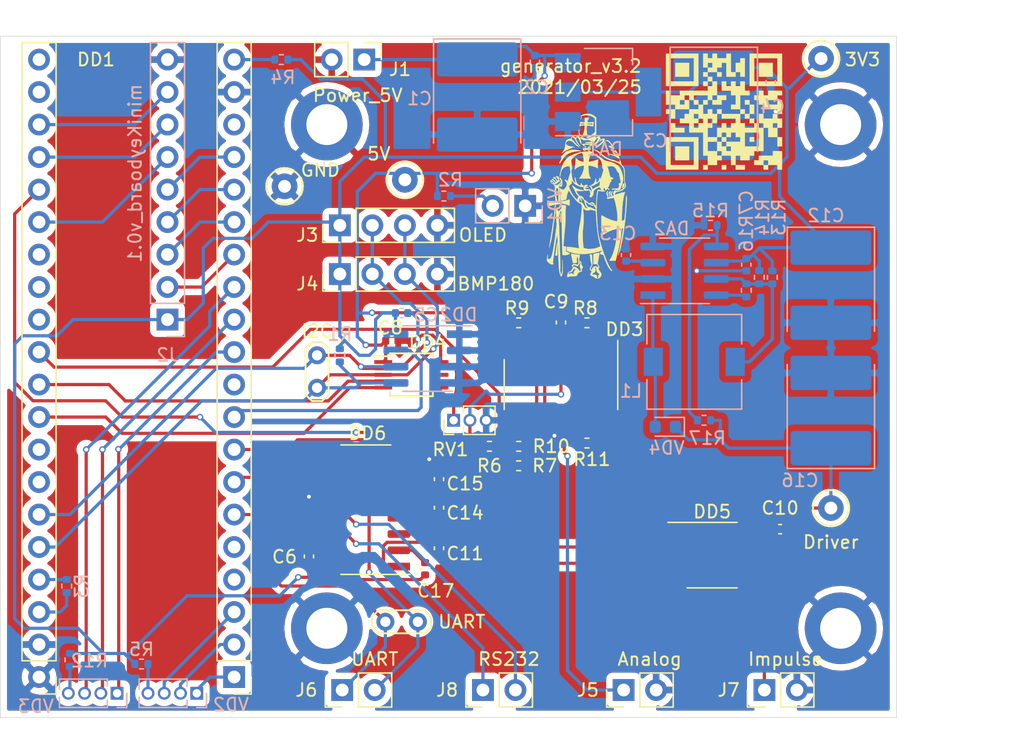
<source format=kicad_pcb>
(kicad_pcb (version 20171130) (host pcbnew "(5.1.7)-1")
  (title_block (title generator_scheme) (date 2021-03-25) (rev v3.2) (company piro.tex))
  (layers (0 F.Cu signal) (31 B.Cu signal) (34 B.Paste user) (35 F.Paste user) (36 B.SilkS user) (37 F.SilkS user) (38 B.Mask user) (39 F.Mask user) (44 Edge.Cuts user))
  (net 0 "")
  (net 1 GND)
  (net 2 +5V)
  (net 3 +3V3)
  (net 4 Vdrive)
  (net 5 "Net-(C11-Pad2)")
  (net 6 "Net-(C11-Pad1)")
  (net 7 "Net-(C13-Pad1)")
  (net 8 "Net-(C14-Pad2)")
  (net 9 "Net-(C14-Pad1)")
  (net 10 "Net-(C15-Pad2)")
  (net 11 "Net-(C17-Pad2)")
  (net 12 "Net-(DA2-Pad7)")
  (net 13 "Net-(DA2-Pad5)")
  (net 14 /ExtendedStatus_B)
  (net 15 /ExtendedStatus_G)
  (net 16 /ExtendedStatus_R)
  (net 17 /DRIVER_EN)
  (net 18 /RX)
  (net 19 /TX)
  (net 20 /EEPROM_WP)
  (net 21 "Net-(DD3-Pad6)")
  (net 22 /DAC_READY)
  (net 23 /DAC_LDAC)
  (net 24 /SDA)
  (net 25 /SCL)
  (net 26 "Net-(DD4-Pad6)")
  (net 27 /Impulse)
  (net 28 "Net-(DD6-Pad14)")
  (net 29 "Net-(DD6-Pad13)")
  (net 30 "Net-(DD1-Pad37)")
  (net 31 "Net-(DD1-Pad20)")
  (net 32 "Net-(R5-Pad2)")
  (net 33 /Status_B)
  (net 34 /Status_G)
  (net 35 /Status_R)
  (net 36 /ADC_Analog)
  (net 37 "Net-(DD1-Pad38)")
  (net 38 "Net-(DA2-Pad8)")
  (net 39 /Button_5)
  (net 40 /Button_6)
  (net 41 /Button_7)
  (net 42 /Button_4)
  (net 43 /Button_3)
  (net 44 /Button_2)
  (net 45 /Button_1)
  (net 46 "Net-(DD3-Pad1)")
  (net 47 "Net-(DD3-Pad8)")
  (net 48 "Net-(DD3-Pad13)")
  (net 49 "Net-(DD5-Pad6)")
  (net 50 "Net-(J5-Pad1)")
  (net 51 "Net-(DD1-Pad21)")
  (net 52 "Net-(DD1-Pad22)")
  (net 53 "Net-(DD1-Pad27)")
  (net 54 "Net-(DD1-Pad28)")
  (net 55 "Net-(DD1-Pad29)")
  (net 56 "Net-(DD1-Pad33)")
  (net 57 "Net-(DD1-Pad34)")
  (net 58 "Net-(DD1-Pad18)")
  (net 59 "Net-(DD1-Pad10)")
  (net 60 "Net-(DD1-Pad5)")
  (net 61 "Net-(DD1-Pad4)")
  (net 62 "Net-(DD3-Pad10)")
  (net 63 "Net-(DD4-Pad9)")
  (net 64 "Net-(DD4-Pad8)")
  (net 65 "Net-(DD4-Pad7)")
  (net 66 "Net-(DD5-Pad7)")
  (net 67 "Net-(DD6-Pad10)")
  (net 68 "Net-(DD6-Pad9)")
  (net 69 "Net-(DD6-Pad8)")
  (net 70 "Net-(DD6-Pad7)")
  (net 71 "Net-(R12-Pad2)")
  (net 72 "Net-(DA2-Pad1)")
  (net 73 "Net-(R2-Pad2)")
  (module Resistor_SMD:R_0402_1005Metric (layer F.Cu) (at 110.488 68.58 180)
    (fp_text reference R7 (at -2.034 0) (layer F.SilkS))
    (fp_text value 2k)
    (pad 2 smd roundrect (at 0.51 0 180) (size 0.54 0.64) (layers F.Cu F.Paste F.Mask) (net 36 /ADC_Analog))
    (pad 1 smd roundrect (at -0.51 0 180) (size 0.54 0.64) (layers F.Cu F.Paste F.Mask) (net 1 GND))
  )
  (module Resistor_SMD:R_0402_1005Metric (layer F.Cu) (at 108.206 67.056 180)
    (fp_text reference R6 (at 0.002 -1.524) (layer F.SilkS))
    (fp_text value 1k)
    (pad 2 smd roundrect (at 0.51 0 180) (size 0.54 0.64) (layers F.Cu F.Paste F.Mask) (net 62 "Net-(DD3-Pad10)"))
    (pad 1 smd roundrect (at -0.51 0 180) (size 0.54 0.64) (layers F.Cu F.Paste F.Mask) (net 36 /ADC_Analog))
  )
  (module MountingHole:MountingHole_3.2mm_M3_DIN965_Pad (layer B.Cu) (at 135.636 81.28)
    (fp_text reference REF**)
    (fp_text value MountingHole_3.2mm_M3_DIN965_Pad)
    (pad 1 thru_hole circle (at 0 0) (size 5.6 5.6) (drill 3.2) (layers *.Cu *.Mask) (net 1 GND))
  )
  (module MountingHole:MountingHole_3.2mm_M3_DIN965_Pad (layer B.Cu) (at 95.504 81.28)
    (fp_text reference REF**)
    (fp_text value MountingHole_3.2mm_M3_DIN965_Pad)
    (pad 1 thru_hole circle (at 0 0) (size 5.6 5.6) (drill 3.2) (layers *.Cu *.Mask) (net 1 GND))
  )
  (module MountingHole:MountingHole_3.2mm_M3_DIN965_Pad (layer F.Cu) (at 135.636 41.91)
    (fp_text reference REF**)
    (fp_text value MountingHole_3.2mm_M3_DIN965_Pad)
    (pad 1 thru_hole circle (at 0 0) (size 5.6 5.6) (drill 3.2) (layers *.Cu *.Mask) (net 1 GND))
  )
  (module MountingHole:MountingHole_3.2mm_M3_DIN965_Pad (layer F.Cu) (at 95.504 41.91)
    (fp_text reference REF**)
    (fp_text value MountingHole_3.2mm_M3_DIN965_Pad)
    (pad 1 thru_hole circle (at 0 0) (size 5.6 5.6) (drill 3.2) (layers *.Cu *.Mask) (net 1 GND))
  )
  (module mine:knight_10x13mm (layer F.Cu) (at 115.824 47.498)
    (fp_text reference G*** hide)
    (fp_text value LOGO hide)
  )
  (module mine:qr_code_front_10mm (layer F.Cu) (at 126.492 40.894)
    (fp_text reference G*** hide)
    (fp_text value LOGO hide)
  )
  (module Connector_PinHeader_2.54mm:PinHeader_1x04_P2.54mm_Vertical (layer F.Cu) (at 96.52 49.784 90)
    (fp_text reference J3 (at -0.762 -2.54 -180) (layer F.SilkS))
    (fp_text value OLED (at -0.762 11.176 -180) (layer F.SilkS))
    (pad 4 thru_hole oval (at 0 7.62 90) (size 1.7 1.7) (drill 1) (layers *.Cu *.Mask) (net 1 GND))
    (pad 3 thru_hole oval (at 0 5.08 90) (size 1.7 1.7) (drill 1) (layers *.Cu *.Mask) (net 24 /SDA))
    (pad 2 thru_hole oval (at 0 2.54 90) (size 1.7 1.7) (drill 1) (layers *.Cu *.Mask) (net 25 /SCL))
    (pad 1 thru_hole rect (at 0 0 90) (size 1.7 1.7) (drill 1) (layers *.Cu *.Mask) (net 3 +3V3))
  )
  (module Connector_PinSocket_2.54mm:PinSocket_1x09_P2.54mm_Vertical (layer B.Cu) (at 83.058 57.15)
    (fp_text reference J2 (at 0 2.77) (layer B.SilkS) (effects (justify mirror)))
    (fp_text value miniKeyboard_v0.1 (at -2.54 -11.43 90) (layer B.SilkS) (effects (justify mirror)))
    (pad 9 thru_hole oval (at 0 -20.32) (size 1.7 1.7) (drill 1) (layers *.Cu *.Mask) (net 1 GND))
    (pad 8 thru_hole oval (at 0 -17.78) (size 1.7 1.7) (drill 1) (layers *.Cu *.Mask) (net 41 /Button_7))
    (pad 7 thru_hole oval (at 0 -15.24) (size 1.7 1.7) (drill 1) (layers *.Cu *.Mask) (net 40 /Button_6))
    (pad 6 thru_hole oval (at 0 -12.7) (size 1.7 1.7) (drill 1) (layers *.Cu *.Mask) (net 39 /Button_5))
    (pad 5 thru_hole oval (at 0 -10.16) (size 1.7 1.7) (drill 1) (layers *.Cu *.Mask) (net 42 /Button_4))
    (pad 4 thru_hole oval (at 0 -7.62) (size 1.7 1.7) (drill 1) (layers *.Cu *.Mask) (net 43 /Button_3))
    (pad 3 thru_hole oval (at 0 -5.08) (size 1.7 1.7) (drill 1) (layers *.Cu *.Mask) (net 44 /Button_2))
    (pad 2 thru_hole oval (at 0 -2.54) (size 1.7 1.7) (drill 1) (layers *.Cu *.Mask) (net 45 /Button_1))
    (pad 1 thru_hole rect (at 0 0) (size 1.7 1.7) (drill 1) (layers *.Cu *.Mask) (net 3 +3V3))
  )
  (module mine:STM32F103C8_BluePill (layer F.Cu) (at 88.265 85.09 180)
    (fp_text reference DD1 (at 10.795 48.26) (layer F.SilkS))
    (fp_text value STM32F103C8_BluePill)
    (pad 21 thru_hole oval (at 15.24 48.26 180) (size 1.7 1.7) (drill 1) (layers *.Cu *.Mask) (net 51 "Net-(DD1-Pad21)"))
    (pad 22 thru_hole oval (at 15.24 45.72 180) (size 1.7 1.7) (drill 1) (layers *.Cu *.Mask) (net 52 "Net-(DD1-Pad22)"))
    (pad 23 thru_hole oval (at 15.24 43.18 180) (size 1.7 1.7) (drill 1) (layers *.Cu *.Mask) (net 41 /Button_7))
    (pad 24 thru_hole oval (at 15.24 40.64 180) (size 1.7 1.7) (drill 1) (layers *.Cu *.Mask) (net 40 /Button_6))
    (pad 25 thru_hole oval (at 15.24 38.1 180) (size 1.7 1.7) (drill 1) (layers *.Cu *.Mask) (net 27 /Impulse))
    (pad 26 thru_hole oval (at 15.24 35.56 180) (size 1.7 1.7) (drill 1) (layers *.Cu *.Mask) (net 39 /Button_5))
    (pad 27 thru_hole oval (at 15.24 33.02 180) (size 1.7 1.7) (drill 1) (layers *.Cu *.Mask) (net 53 "Net-(DD1-Pad27)"))
    (pad 28 thru_hole oval (at 15.24 30.48 180) (size 1.7 1.7) (drill 1) (layers *.Cu *.Mask) (net 54 "Net-(DD1-Pad28)"))
    (pad 29 thru_hole oval (at 15.24 27.94 180) (size 1.7 1.7) (drill 1) (layers *.Cu *.Mask) (net 55 "Net-(DD1-Pad29)"))
    (pad 30 thru_hole oval (at 15.24 25.4 180) (size 1.7 1.7) (drill 1) (layers *.Cu *.Mask) (net 36 /ADC_Analog))
    (pad 31 thru_hole oval (at 15.24 22.86 180) (size 1.7 1.7) (drill 1) (layers *.Cu *.Mask) (net 23 /DAC_LDAC))
    (pad 32 thru_hole oval (at 15.24 20.32 180) (size 1.7 1.7) (drill 1) (layers *.Cu *.Mask) (net 22 /DAC_READY))
    (pad 33 thru_hole oval (at 15.24 17.78 180) (size 1.7 1.7) (drill 1) (layers *.Cu *.Mask) (net 56 "Net-(DD1-Pad33)"))
    (pad 34 thru_hole oval (at 15.24 15.24 180) (size 1.7 1.7) (drill 1) (layers *.Cu *.Mask) (net 57 "Net-(DD1-Pad34)"))
    (pad 35 thru_hole oval (at 15.24 12.7 180) (size 1.7 1.7) (drill 1) (layers *.Cu *.Mask) (net 25 /SCL))
    (pad 36 thru_hole oval (at 15.24 10.16 180) (size 1.7 1.7) (drill 1) (layers *.Cu *.Mask) (net 24 /SDA))
    (pad 37 thru_hole oval (at 15.24 7.62 180) (size 1.7 1.7) (drill 1) (layers *.Cu *.Mask) (net 30 "Net-(DD1-Pad37)"))
    (pad 38 thru_hole oval (at 15.24 5.08 180) (size 1.7 1.7) (drill 1) (layers *.Cu *.Mask) (net 37 "Net-(DD1-Pad38)"))
    (pad 39 thru_hole oval (at 15.24 2.54 180) (size 1.7 1.7) (drill 1) (layers *.Cu *.Mask) (net 1 GND))
    (pad 40 thru_hole circle (at 15.24 0 180) (size 1.7 1.7) (drill 1) (layers *.Cu *.Mask) (net 1 GND))
    (pad 20 thru_hole oval (at 0 48.26 180) (size 1.7 1.7) (drill 1) (layers *.Cu *.Mask) (net 31 "Net-(DD1-Pad20)"))
    (pad 19 thru_hole oval (at 0 45.72 180) (size 1.7 1.7) (drill 1) (layers *.Cu *.Mask) (net 1 GND))
    (pad 18 thru_hole oval (at 0 43.18 180) (size 1.7 1.7) (drill 1) (layers *.Cu *.Mask) (net 58 "Net-(DD1-Pad18)"))
    (pad 17 thru_hole oval (at 0 40.64 180) (size 1.7 1.7) (drill 1) (layers *.Cu *.Mask) (net 42 /Button_4))
    (pad 16 thru_hole oval (at 0 38.1 180) (size 1.7 1.7) (drill 1) (layers *.Cu *.Mask) (net 43 /Button_3))
    (pad 15 thru_hole oval (at 0 35.56 180) (size 1.7 1.7) (drill 1) (layers *.Cu *.Mask) (net 44 /Button_2))
    (pad 14 thru_hole oval (at 0 33.02 180) (size 1.7 1.7) (drill 1) (layers *.Cu *.Mask) (net 45 /Button_1))
    (pad 13 thru_hole oval (at 0 30.48 180) (size 1.7 1.7) (drill 1) (layers *.Cu *.Mask) (net 14 /ExtendedStatus_B))
    (pad 12 thru_hole oval (at 0 27.94 180) (size 1.7 1.7) (drill 1) (layers *.Cu *.Mask) (net 15 /ExtendedStatus_G))
    (pad 11 thru_hole oval (at 0 25.4 180) (size 1.7 1.7) (drill 1) (layers *.Cu *.Mask) (net 16 /ExtendedStatus_R))
    (pad 10 thru_hole oval (at 0 22.86 180) (size 1.7 1.7) (drill 1) (layers *.Cu *.Mask) (net 59 "Net-(DD1-Pad10)"))
    (pad 9 thru_hole oval (at 0 20.32 180) (size 1.7 1.7) (drill 1) (layers *.Cu *.Mask) (net 20 /EEPROM_WP))
    (pad 8 thru_hole oval (at 0 17.78 180) (size 1.7 1.7) (drill 1) (layers *.Cu *.Mask) (net 17 /DRIVER_EN))
    (pad 7 thru_hole oval (at 0 15.24 180) (size 1.7 1.7) (drill 1) (layers *.Cu *.Mask) (net 18 /RX))
    (pad 6 thru_hole oval (at 0 12.7 180) (size 1.7 1.7) (drill 1) (layers *.Cu *.Mask) (net 19 /TX))
    (pad 5 thru_hole oval (at 0 10.16 180) (size 1.7 1.7) (drill 1) (layers *.Cu *.Mask) (net 60 "Net-(DD1-Pad5)"))
    (pad 4 thru_hole oval (at 0 7.62 180) (size 1.7 1.7) (drill 1) (layers *.Cu *.Mask) (net 61 "Net-(DD1-Pad4)"))
    (pad 3 thru_hole oval (at 0 5.08 180) (size 1.7 1.7) (drill 1) (layers *.Cu *.Mask) (net 33 /Status_B))
    (pad 2 thru_hole oval (at 0 2.54 180) (size 1.7 1.7) (drill 1) (layers *.Cu *.Mask) (net 34 /Status_G))
    (pad 1 thru_hole rect (at 0 0 180) (size 1.7 1.7) (drill 1) (layers *.Cu *.Mask) (net 35 /Status_R))
  )
  (module TestPoint:TestPoint_Keystone_5000-5004_Miniature (layer F.Cu) (at 92.202 46.736)
    (fp_text reference TP6)
    (fp_text value GND (at 2.794 -1.27) (layer F.SilkS))
    (pad 1 thru_hole circle (at 0 0) (size 2 2) (drill 1) (layers *.Cu *.Mask) (net 1 GND))
  )
  (module Capacitor_SMD:C_0402_1005Metric (layer F.Cu) (at 103.1748 76.6292 90)
    (fp_text reference C17 (at -1.7298 0.8382 180) (layer F.SilkS))
    (fp_text value 100n)
    (pad 2 smd roundrect (at 0.48 0 90) (size 0.56 0.62) (layers F.Cu F.Paste F.Mask) (net 11 "Net-(C17-Pad2)"))
    (pad 1 smd roundrect (at -0.48 0 90) (size 0.56 0.62) (layers F.Cu F.Paste F.Mask) (net 3 +3V3))
  )
  (module Connector_PinHeader_1.27mm:PinHeader_1x04_P1.27mm_Vertical (layer B.Cu) (at 79.121 86.36 90)
    (fp_text reference VD3 (at -1.016 -6.35 180) (layer B.SilkS) (effects (justify mirror)))
    (fp_text value "LED RGB")
    (pad 4 thru_hole oval (at 0 -3.81 90) (size 1 1) (drill 0.65) (layers *.Cu *.Mask) (net 71 "Net-(R12-Pad2)"))
    (pad 3 thru_hole oval (at 0 -2.54 90) (size 1 1) (drill 0.65) (layers *.Cu *.Mask) (net 14 /ExtendedStatus_B))
    (pad 2 thru_hole oval (at 0 -1.27 90) (size 1 1) (drill 0.65) (layers *.Cu *.Mask) (net 15 /ExtendedStatus_G))
    (pad 1 thru_hole rect (at 0 0 90) (size 1 1) (drill 0.65) (layers *.Cu *.Mask) (net 16 /ExtendedStatus_R))
  )
  (module Connector_PinHeader_1.27mm:PinHeader_1x04_P1.27mm_Vertical (layer B.Cu) (at 85.344 86.36 90)
    (fp_text reference VD2 (at -0.889 2.667 180) (layer B.SilkS) (effects (justify mirror)))
    (fp_text value "LED RGB")
    (pad 4 thru_hole oval (at 0 -3.81 90) (size 1 1) (drill 0.65) (layers *.Cu *.Mask) (net 32 "Net-(R5-Pad2)"))
    (pad 3 thru_hole oval (at 0 -2.54 90) (size 1 1) (drill 0.65) (layers *.Cu *.Mask) (net 33 /Status_B))
    (pad 2 thru_hole oval (at 0 -1.27 90) (size 1 1) (drill 0.65) (layers *.Cu *.Mask) (net 34 /Status_G))
    (pad 1 thru_hole rect (at 0 0 90) (size 1 1) (drill 0.65) (layers *.Cu *.Mask) (net 35 /Status_R))
  )
  (module TestPoint:TestPoint_Keystone_5000-5004_Miniature (layer F.Cu) (at 134.874 71.882)
    (fp_text reference TP5)
    (fp_text value Driver (at 0 2.667) (layer F.SilkS))
    (pad 1 thru_hole circle (at 0 0) (size 2 2) (drill 1) (layers *.Cu *.Mask) (net 4 Vdrive))
  )
  (module TestPoint:TestPoint_2Pads_Pitch2.54mm_Drill0.8mm (layer F.Cu) (at 100.076 80.772)
    (fp_text reference TP4)
    (fp_text value UART (at 5.969 0) (layer F.SilkS))
    (pad 2 thru_hole circle (at 2.54 0) (size 1.4 1.4) (drill 0.8) (layers *.Cu *.Mask) (net 18 /RX))
    (pad 1 thru_hole circle (at 0 0) (size 1.4 1.4) (drill 0.8) (layers *.Cu *.Mask) (net 19 /TX))
  )
  (module TestPoint:TestPoint_2Pads_Pitch2.54mm_Drill0.8mm (layer F.Cu) (at 94.742 59.944 270)
    (fp_text reference TP3)
    (fp_text value I2C (at -1.905 0 180) (layer F.SilkS))
    (pad 2 thru_hole circle (at 2.54 0 270) (size 1.4 1.4) (drill 0.8) (layers *.Cu *.Mask) (net 24 /SDA))
    (pad 1 thru_hole circle (at 0 0 270) (size 1.4 1.4) (drill 0.8) (layers *.Cu *.Mask) (net 25 /SCL))
  )
  (module TestPoint:TestPoint_Keystone_5000-5004_Miniature (layer F.Cu) (at 134.112 36.75)
    (fp_text reference TP2)
    (fp_text value 3V3 (at 3.2385 0.08) (layer F.SilkS))
    (pad 1 thru_hole circle (at 0 0) (size 2 2) (drill 1) (layers *.Cu *.Mask) (net 3 +3V3))
  )
  (module TestPoint:TestPoint_Keystone_5000-5004_Miniature (layer F.Cu) (at 101.6 46.228)
    (fp_text reference TP1)
    (fp_text value 5V (at -2.032 -2.032) (layer F.SilkS))
    (pad 1 thru_hole circle (at 0 0) (size 2 2) (drill 1) (layers *.Cu *.Mask) (net 2 +5V))
  )
  (module Connector_PinHeader_1.27mm:PinHeader_1x03_P1.27mm_Vertical (layer F.Cu) (at 105.41 65.024 90)
    (fp_text reference RV1 (at -2.286 -0.254 180) (layer F.SilkS))
    (fp_text value 1k)
    (pad 3 thru_hole oval (at 0 2.54 90) (size 1 1) (drill 0.65) (layers *.Cu *.Mask) (net 1 GND))
    (pad 2 thru_hole oval (at 0 1.27 90) (size 1 1) (drill 0.65) (layers *.Cu *.Mask) (net 62 "Net-(DD3-Pad10)"))
    (pad 1 thru_hole rect (at 0 0 90) (size 1 1) (drill 0.65) (layers *.Cu *.Mask) (net 26 "Net-(DD4-Pad6)"))
  )
  (module Resistor_SMD:R_0402_1005Metric (layer B.Cu) (at 124.97 65.024 180)
    (fp_text reference R17 (at -0.252 -1.397) (layer B.SilkS) (effects (justify mirror)))
    (fp_text value 12k)
    (pad 2 smd roundrect (at 0.51 0 180) (size 0.54 0.64) (layers B.Cu B.Paste B.Mask) (net 13 "Net-(DA2-Pad5)"))
    (pad 1 smd roundrect (at -0.51 0 180) (size 0.54 0.64) (layers B.Cu B.Paste B.Mask) (net 4 Vdrive))
  )
  (module Resistor_SMD:R_0402_1005Metric (layer B.Cu) (at 128.27 54.866 90)
    (fp_text reference R16 (at 4.447 0 270) (layer B.SilkS) (effects (justify mirror)))
    (fp_text value 180)
    (pad 2 smd roundrect (at 0.51 0 90) (size 0.54 0.64) (layers B.Cu B.Paste B.Mask) (net 12 "Net-(DA2-Pad7)"))
    (pad 1 smd roundrect (at -0.51 0 90) (size 0.54 0.64) (layers B.Cu B.Paste B.Mask) (net 38 "Net-(DA2-Pad8)"))
  )
  (module Resistor_SMD:R_0402_1005Metric (layer B.Cu) (at 125.474 49.784)
    (fp_text reference R15 (at 0 -1.143) (layer B.SilkS) (effects (justify mirror)))
    (fp_text value 3.3k)
    (pad 2 smd roundrect (at 0.51 0) (size 0.54 0.64) (layers B.Cu B.Paste B.Mask) (net 13 "Net-(DA2-Pad5)"))
    (pad 1 smd roundrect (at -0.51 0) (size 0.54 0.64) (layers B.Cu B.Paste B.Mask) (net 1 GND))
  )
  (module Resistor_SMD:R_0402_1005Metric (layer B.Cu) (at 129.286 53.846 90)
    (fp_text reference R14 (at 4.697 0.254 270) (layer B.SilkS) (effects (justify mirror)))
    (fp_text value 1)
    (pad 2 smd roundrect (at 0.51 0 90) (size 0.54 0.64) (layers B.Cu B.Paste B.Mask) (net 3 +3V3))
    (pad 1 smd roundrect (at -0.51 0 90) (size 0.54 0.64) (layers B.Cu B.Paste B.Mask) (net 12 "Net-(DA2-Pad7)"))
  )
  (module Resistor_SMD:R_0402_1005Metric (layer B.Cu) (at 130.302 53.85 90)
    (fp_text reference R13 (at 4.701 0.508 90) (layer B.SilkS) (effects (justify mirror)))
    (fp_text value 2)
    (pad 2 smd roundrect (at 0.51 0 90) (size 0.54 0.64) (layers B.Cu B.Paste B.Mask) (net 3 +3V3))
    (pad 1 smd roundrect (at -0.51 0 90) (size 0.54 0.64) (layers B.Cu B.Paste B.Mask) (net 12 "Net-(DA2-Pad7)"))
  )
  (module Resistor_SMD:R_0402_1005Metric (layer F.Cu) (at 115.822 66.802)
    (fp_text reference R11 (at 0.383 1.27) (layer F.SilkS))
    (fp_text value 1R)
    (pad 2 smd roundrect (at 0.51 0) (size 0.54 0.64) (layers F.Cu F.Paste F.Mask) (net 48 "Net-(DD3-Pad13)"))
    (pad 1 smd roundrect (at -0.51 0) (size 0.54 0.64) (layers F.Cu F.Paste F.Mask) (net 50 "Net-(J5-Pad1)"))
  )
  (module Resistor_SMD:R_0402_1005Metric (layer F.Cu) (at 110.492 67.056 180)
    (fp_text reference R10 (at -2.538 0) (layer F.SilkS))
    (fp_text value 1R)
    (pad 2 smd roundrect (at 0.51 0 180) (size 0.54 0.64) (layers F.Cu F.Paste F.Mask) (net 47 "Net-(DD3-Pad8)"))
    (pad 1 smd roundrect (at -0.51 0 180) (size 0.54 0.64) (layers F.Cu F.Paste F.Mask) (net 50 "Net-(J5-Pad1)"))
  )
  (module Resistor_SMD:R_0402_1005Metric (layer F.Cu) (at 110.492 57.404 180)
    (fp_text reference R9 (at 0.129 1.143) (layer F.SilkS))
    (fp_text value 1R)
    (pad 2 smd roundrect (at 0.51 0 180) (size 0.54 0.64) (layers F.Cu F.Paste F.Mask) (net 21 "Net-(DD3-Pad6)"))
    (pad 1 smd roundrect (at -0.51 0 180) (size 0.54 0.64) (layers F.Cu F.Paste F.Mask) (net 50 "Net-(J5-Pad1)"))
  )
  (module Resistor_SMD:R_0402_1005Metric (layer F.Cu) (at 115.822 57.404)
    (fp_text reference R8 (at -0.125 -1.143) (layer F.SilkS))
    (fp_text value 1R)
    (pad 2 smd roundrect (at 0.51 0) (size 0.54 0.64) (layers F.Cu F.Paste F.Mask) (net 46 "Net-(DD3-Pad1)"))
    (pad 1 smd roundrect (at -0.51 0) (size 0.54 0.64) (layers F.Cu F.Paste F.Mask) (net 50 "Net-(J5-Pad1)"))
  )
  (module Resistor_SMD:R_0402_1005Metric (layer B.Cu) (at 104.65 47.498)
    (fp_text reference R2 (at 0.506 -1.27) (layer B.SilkS) (effects (justify mirror)))
    (fp_text value 300R)
    (pad 2 smd roundrect (at 0.51 0) (size 0.54 0.64) (layers B.Cu B.Paste B.Mask) (net 73 "Net-(R2-Pad2)"))
    (pad 1 smd roundrect (at -0.51 0) (size 0.54 0.64) (layers B.Cu B.Paste B.Mask) (net 2 +5V))
  )
  (module Resistor_SMD:R_0402_1005Metric (layer B.Cu) (at 75.438 83.75 270)
    (fp_text reference R12 (at 0.07 -1.524 180) (layer B.SilkS) (effects (justify mirror)))
    (fp_text value 300R)
    (pad 2 smd roundrect (at 0.51 0 270) (size 0.54 0.64) (layers B.Cu B.Paste B.Mask) (net 71 "Net-(R12-Pad2)"))
    (pad 1 smd roundrect (at -0.51 0 270) (size 0.54 0.64) (layers B.Cu B.Paste B.Mask) (net 3 +3V3))
  )
  (module Resistor_SMD:R_0402_1005Metric (layer B.Cu) (at 91.95 36.83 180)
    (fp_text reference R4 (at -0.125 -1.397) (layer B.SilkS) (effects (justify mirror)))
    (fp_text value 0)
    (pad 2 smd roundrect (at 0.51 0 180) (size 0.54 0.64) (layers B.Cu B.Paste B.Mask) (net 31 "Net-(DD1-Pad20)"))
    (pad 1 smd roundrect (at -0.51 0 180) (size 0.54 0.64) (layers B.Cu B.Paste B.Mask) (net 3 +3V3))
  )
  (module Resistor_SMD:R_0402_1005Metric (layer B.Cu) (at 81.024 84.074)
    (fp_text reference R5 (at 0 -1.143) (layer B.SilkS) (effects (justify mirror)))
    (fp_text value 300R)
    (pad 2 smd roundrect (at 0.51 0) (size 0.54 0.64) (layers B.Cu B.Paste B.Mask) (net 32 "Net-(R5-Pad2)"))
    (pad 1 smd roundrect (at -0.51 0) (size 0.54 0.64) (layers B.Cu B.Paste B.Mask) (net 3 +3V3))
  )
  (module Resistor_SMD:R_0402_1005Metric (layer B.Cu) (at 75.184 77.98 90)
    (fp_text reference R3 (at 0 1.17 90) (layer B.SilkS) (effects (justify mirror)))
    (fp_text value 22k)
    (pad 2 smd roundrect (at 0.51 0 90) (size 0.54 0.64) (layers B.Cu B.Paste B.Mask) (net 30 "Net-(DD1-Pad37)"))
    (pad 1 smd roundrect (at -0.51 0 90) (size 0.54 0.64) (layers B.Cu B.Paste B.Mask) (net 37 "Net-(DD1-Pad38)"))
  )
  (module Resistor_SMD:R_0402_1005Metric (layer B.Cu) (at 96.52 59.946 270)
    (fp_text reference R1 (at -1.653 0 180) (layer B.SilkS) (effects (justify mirror)))
    (fp_text value 2k)
    (pad 2 smd roundrect (at 0.51 0 270) (size 0.54 0.64) (layers B.Cu B.Paste B.Mask) (net 24 /SDA))
    (pad 1 smd roundrect (at -0.51 0 270) (size 0.54 0.64) (layers B.Cu B.Paste B.Mask) (net 3 +3V3))
  )
  (module Inductor_SMD:L_7.3x7.3_H4.5 (layer B.Cu) (at 124.206 60.452 180)
    (fp_text reference L1 (at 4.953 -2.286) (layer B.SilkS) (effects (justify mirror)))
    (fp_text value 57u)
    (pad 1 smd rect (at -3.2 0 180) (size 1.5 2.2) (layers B.Cu B.Paste B.Mask) (net 12 "Net-(DA2-Pad7)"))
    (pad 2 smd rect (at 3.2 0 180) (size 1.5 2.2) (layers B.Cu B.Paste B.Mask) (net 72 "Net-(DA2-Pad1)"))
  )
  (module Connector_PinHeader_2.54mm:PinHeader_1x02_P2.54mm_Vertical (layer F.Cu) (at 107.696 86.106 90)
    (fp_text reference J8 (at 0 -2.794 180) (layer F.SilkS))
    (fp_text value RS232 (at 2.413 2.032 180) (layer F.SilkS))
    (pad 2 thru_hole oval (at 0 2.54 90) (size 1.7 1.7) (drill 1) (layers *.Cu *.Mask) (net 29 "Net-(DD6-Pad13)"))
    (pad 1 thru_hole rect (at 0 0 90) (size 1.7 1.7) (drill 1) (layers *.Cu *.Mask) (net 28 "Net-(DD6-Pad14)"))
  )
  (module Connector_PinHeader_2.54mm:PinHeader_1x02_P2.54mm_Vertical (layer F.Cu) (at 96.704 86.106 90)
    (fp_text reference J6 (at 0 -2.794 180) (layer F.SilkS))
    (fp_text value UART (at 2.413 2.54 180) (layer F.SilkS))
    (pad 2 thru_hole oval (at 0 2.54 90) (size 1.7 1.7) (drill 1) (layers *.Cu *.Mask) (net 18 /RX))
    (pad 1 thru_hole rect (at 0 0 90) (size 1.7 1.7) (drill 1) (layers *.Cu *.Mask) (net 19 /TX))
  )
  (module Connector_PinHeader_2.54mm:PinHeader_1x02_P2.54mm_Vertical (layer F.Cu) (at 118.688 86.106 90)
    (fp_text reference J5 (at 0 -2.794 180) (layer F.SilkS))
    (fp_text value Analog (at 2.413 2.032 180) (layer F.SilkS))
    (pad 2 thru_hole oval (at 0 2.54 90) (size 1.7 1.7) (drill 1) (layers *.Cu *.Mask) (net 1 GND))
    (pad 1 thru_hole rect (at 0 0 90) (size 1.7 1.7) (drill 1) (layers *.Cu *.Mask) (net 50 "Net-(J5-Pad1)"))
  )
  (module Connector_PinHeader_2.54mm:PinHeader_1x02_P2.54mm_Vertical (layer F.Cu) (at 129.68 86.106 90)
    (fp_text reference J7 (at 0 -2.794 180) (layer F.SilkS))
    (fp_text value Impulse (at 2.413 1.638 180) (layer F.SilkS))
    (pad 2 thru_hole oval (at 0 2.54 90) (size 1.7 1.7) (drill 1) (layers *.Cu *.Mask) (net 1 GND))
    (pad 1 thru_hole rect (at 0 0 90) (size 1.7 1.7) (drill 1) (layers *.Cu *.Mask) (net 49 "Net-(DD5-Pad6)"))
  )
  (module Connector_PinHeader_2.54mm:PinHeader_1x04_P2.54mm_Vertical (layer F.Cu) (at 96.52 53.594 90)
    (fp_text reference J4 (at -0.762 -2.54 180) (layer F.SilkS))
    (fp_text value BMP180 (at -0.762 12.192 180) (layer F.SilkS))
    (pad 4 thru_hole oval (at 0 7.62 90) (size 1.7 1.7) (drill 1) (layers *.Cu *.Mask) (net 1 GND))
    (pad 3 thru_hole oval (at 0 5.08 90) (size 1.7 1.7) (drill 1) (layers *.Cu *.Mask) (net 24 /SDA))
    (pad 2 thru_hole oval (at 0 2.54 90) (size 1.7 1.7) (drill 1) (layers *.Cu *.Mask) (net 25 /SCL))
    (pad 1 thru_hole rect (at 0 0 90) (size 1.7 1.7) (drill 1) (layers *.Cu *.Mask) (net 3 +3V3))
  )
  (module Connector_PinHeader_2.54mm:PinHeader_1x02_P2.54mm_Vertical (layer F.Cu) (at 98.425 36.83 270)
    (fp_text reference J1 (at 0.762 -2.794 180) (layer F.SilkS))
    (fp_text value Power_5V (at 2.794 0.508 180) (layer F.SilkS))
    (pad 2 thru_hole oval (at 0 2.54 270) (size 1.7 1.7) (drill 1) (layers *.Cu *.Mask) (net 1 GND))
    (pad 1 thru_hole rect (at 0 0 270) (size 1.7 1.7) (drill 1) (layers *.Cu *.Mask) (net 2 +5V))
  )
  (module Package_SO:SO-16_3.9x9.9mm_P1.27mm (layer F.Cu) (at 98.552 72.009 180)
    (fp_text reference DD6 (at -0.127 5.969) (layer F.SilkS))
    (fp_text value ADM3202)
    (pad 16 smd roundrect (at 2.575 -4.445 180) (size 1.75 0.6) (layers F.Cu F.Paste F.Mask) (net 3 +3V3))
    (pad 15 smd roundrect (at 2.575 -3.175 180) (size 1.75 0.6) (layers F.Cu F.Paste F.Mask) (net 1 GND))
    (pad 14 smd roundrect (at 2.575 -1.905 180) (size 1.75 0.6) (layers F.Cu F.Paste F.Mask) (net 28 "Net-(DD6-Pad14)"))
    (pad 13 smd roundrect (at 2.575 -0.635 180) (size 1.75 0.6) (layers F.Cu F.Paste F.Mask) (net 29 "Net-(DD6-Pad13)"))
    (pad 12 smd roundrect (at 2.575 0.635 180) (size 1.75 0.6) (layers F.Cu F.Paste F.Mask) (net 18 /RX))
    (pad 11 smd roundrect (at 2.575 1.905 180) (size 1.75 0.6) (layers F.Cu F.Paste F.Mask) (net 19 /TX))
    (pad 10 smd roundrect (at 2.575 3.175 180) (size 1.75 0.6) (layers F.Cu F.Paste F.Mask) (net 67 "Net-(DD6-Pad10)"))
    (pad 9 smd roundrect (at 2.575 4.445 180) (size 1.75 0.6) (layers F.Cu F.Paste F.Mask) (net 68 "Net-(DD6-Pad9)"))
    (pad 8 smd roundrect (at -2.575 4.445 180) (size 1.75 0.6) (layers F.Cu F.Paste F.Mask) (net 69 "Net-(DD6-Pad8)"))
    (pad 7 smd roundrect (at -2.575 3.175 180) (size 1.75 0.6) (layers F.Cu F.Paste F.Mask) (net 70 "Net-(DD6-Pad7)"))
    (pad 6 smd roundrect (at -2.575 1.905 180) (size 1.75 0.6) (layers F.Cu F.Paste F.Mask) (net 10 "Net-(C15-Pad2)"))
    (pad 5 smd roundrect (at -2.575 0.635 180) (size 1.75 0.6) (layers F.Cu F.Paste F.Mask) (net 8 "Net-(C14-Pad2)"))
    (pad 4 smd roundrect (at -2.575 -0.635 180) (size 1.75 0.6) (layers F.Cu F.Paste F.Mask) (net 9 "Net-(C14-Pad1)"))
    (pad 3 smd roundrect (at -2.575 -1.905 180) (size 1.75 0.6) (layers F.Cu F.Paste F.Mask) (net 5 "Net-(C11-Pad2)"))
    (pad 2 smd roundrect (at -2.575 -3.175 180) (size 1.75 0.6) (layers F.Cu F.Paste F.Mask) (net 11 "Net-(C17-Pad2)"))
    (pad 1 smd rect (at -2.575 -4.445 180) (size 1.75 0.6) (layers F.Cu F.Paste F.Mask) (net 6 "Net-(C11-Pad1)"))
  )
  (module Package_SO:SOIC-8_3.9x4.9mm_P1.27mm (layer B.Cu) (at 103.378 60.198 180)
    (fp_text reference DD2 (at -2.413 3.429) (layer B.SilkS) (effects (justify mirror)))
    (fp_text value 24LC512)
    (pad 8 smd roundrect (at 2.475 1.905 180) (size 1.95 0.6) (layers B.Cu B.Paste B.Mask) (net 3 +3V3))
    (pad 7 smd roundrect (at 2.475 0.635 180) (size 1.95 0.6) (layers B.Cu B.Paste B.Mask) (net 20 /EEPROM_WP))
    (pad 6 smd roundrect (at 2.475 -0.635 180) (size 1.95 0.6) (layers B.Cu B.Paste B.Mask) (net 25 /SCL))
    (pad 5 smd roundrect (at 2.475 -1.905 180) (size 1.95 0.6) (layers B.Cu B.Paste B.Mask) (net 24 /SDA))
    (pad 4 smd roundrect (at -2.475 -1.905 180) (size 1.95 0.6) (layers B.Cu B.Paste B.Mask) (net 1 GND))
    (pad 3 smd roundrect (at -2.475 -0.635 180) (size 1.95 0.6) (layers B.Cu B.Paste B.Mask) (net 1 GND))
    (pad 2 smd roundrect (at -2.475 0.635 180) (size 1.95 0.6) (layers B.Cu B.Paste B.Mask) (net 1 GND))
    (pad 1 smd rect (at -2.475 1.905 180) (size 1.95 0.6) (layers B.Cu B.Paste B.Mask) (net 1 GND))
  )
  (module Package_SO:SOIC-8_3.9x4.9mm_P1.27mm (layer F.Cu) (at 125.603 75.565)
    (fp_text reference DD5 (at 0 -3.4) (layer F.SilkS))
    (fp_text value FAN3122)
    (pad 8 smd roundrect (at 2.475 -1.905) (size 1.95 0.6) (layers F.Cu F.Paste F.Mask) (net 4 Vdrive))
    (pad 7 smd roundrect (at 2.475 -0.635) (size 1.95 0.6) (layers F.Cu F.Paste F.Mask) (net 66 "Net-(DD5-Pad7)"))
    (pad 6 smd roundrect (at 2.475 0.635) (size 1.95 0.6) (layers F.Cu F.Paste F.Mask) (net 49 "Net-(DD5-Pad6)"))
    (pad 5 smd roundrect (at 2.475 1.905) (size 1.95 0.6) (layers F.Cu F.Paste F.Mask) (net 1 GND))
    (pad 4 smd roundrect (at -2.475 1.905) (size 1.95 0.6) (layers F.Cu F.Paste F.Mask) (net 1 GND))
    (pad 3 smd roundrect (at -2.475 0.635) (size 1.95 0.6) (layers F.Cu F.Paste F.Mask) (net 17 /DRIVER_EN))
    (pad 2 smd roundrect (at -2.475 -0.635) (size 1.95 0.6) (layers F.Cu F.Paste F.Mask) (net 27 /Impulse))
    (pad 1 smd rect (at -2.475 -1.905) (size 1.95 0.6) (layers F.Cu F.Paste F.Mask) (net 4 Vdrive))
  )
  (module Package_SO:MSOP-10_3x3mm_P0.5mm (layer F.Cu) (at 102.108 61.468)
    (fp_text reference DD4 (at 1.27 -2.54) (layer F.SilkS))
    (fp_text value MCP4728)
    (pad 10 smd roundrect (at 2.2 -1) (size 1.4 0.3) (layers F.Cu F.Paste F.Mask) (net 1 GND))
    (pad 9 smd roundrect (at 2.2 -0.5) (size 1.4 0.3) (layers F.Cu F.Paste F.Mask) (net 63 "Net-(DD4-Pad9)"))
    (pad 8 smd roundrect (at 2.2 0) (size 1.4 0.3) (layers F.Cu F.Paste F.Mask) (net 64 "Net-(DD4-Pad8)"))
    (pad 7 smd roundrect (at 2.2 0.5) (size 1.4 0.3) (layers F.Cu F.Paste F.Mask) (net 65 "Net-(DD4-Pad7)"))
    (pad 6 smd roundrect (at 2.2 1) (size 1.4 0.3) (layers F.Cu F.Paste F.Mask) (net 26 "Net-(DD4-Pad6)"))
    (pad 5 smd roundrect (at -2.2 1) (size 1.4 0.3) (layers F.Cu F.Paste F.Mask) (net 22 /DAC_READY))
    (pad 4 smd roundrect (at -2.2 0.5) (size 1.4 0.3) (layers F.Cu F.Paste F.Mask) (net 23 /DAC_LDAC))
    (pad 3 smd roundrect (at -2.2 0) (size 1.4 0.3) (layers F.Cu F.Paste F.Mask) (net 24 /SDA))
    (pad 2 smd roundrect (at -2.2 -0.5) (size 1.4 0.3) (layers F.Cu F.Paste F.Mask) (net 25 /SCL))
    (pad 1 smd rect (at -2.2 -1) (size 1.4 0.3) (layers F.Cu F.Paste F.Mask) (net 2 +5V))
  )
  (module Package_SO:SOIC-14_3.9x8.7mm_P1.27mm (layer F.Cu) (at 113.792 62.23 270)
    (fp_text reference DD3 (at -4.318 -4.953 180) (layer F.SilkS))
    (fp_text value LVM324M)
    (pad 1 smd rect (at -2.475 -3.81 270) (size 1.95 0.6) (layers F.Cu F.Paste F.Mask) (net 46 "Net-(DD3-Pad1)"))
    (pad 2 smd roundrect (at -2.475 -2.54 270) (size 1.95 0.6) (layers F.Cu F.Paste F.Mask) (net 46 "Net-(DD3-Pad1)"))
    (pad 3 smd roundrect (at -2.475 -1.27 270) (size 1.95 0.6) (layers F.Cu F.Paste F.Mask) (net 62 "Net-(DD3-Pad10)"))
    (pad 4 smd roundrect (at -2.475 0 270) (size 1.95 0.6) (layers F.Cu F.Paste F.Mask) (net 2 +5V))
    (pad 5 smd roundrect (at -2.475 1.27 270) (size 1.95 0.6) (layers F.Cu F.Paste F.Mask) (net 62 "Net-(DD3-Pad10)"))
    (pad 6 smd roundrect (at -2.475 2.54 270) (size 1.95 0.6) (layers F.Cu F.Paste F.Mask) (net 21 "Net-(DD3-Pad6)"))
    (pad 7 smd roundrect (at -2.475 3.81 270) (size 1.95 0.6) (layers F.Cu F.Paste F.Mask) (net 21 "Net-(DD3-Pad6)"))
    (pad 8 smd roundrect (at 2.475 3.81 270) (size 1.95 0.6) (layers F.Cu F.Paste F.Mask) (net 47 "Net-(DD3-Pad8)"))
    (pad 9 smd roundrect (at 2.475 2.54 270) (size 1.95 0.6) (layers F.Cu F.Paste F.Mask) (net 47 "Net-(DD3-Pad8)"))
    (pad 10 smd roundrect (at 2.475 1.27 270) (size 1.95 0.6) (layers F.Cu F.Paste F.Mask) (net 62 "Net-(DD3-Pad10)"))
    (pad 11 smd roundrect (at 2.475 0 270) (size 1.95 0.6) (layers F.Cu F.Paste F.Mask) (net 1 GND))
    (pad 12 smd roundrect (at 2.475 -1.27 270) (size 1.95 0.6) (layers F.Cu F.Paste F.Mask) (net 62 "Net-(DD3-Pad10)"))
    (pad 13 smd roundrect (at 2.475 -2.54 270) (size 1.95 0.6) (layers F.Cu F.Paste F.Mask) (net 48 "Net-(DD3-Pad13)"))
    (pad 14 smd roundrect (at 2.475 -3.81 270) (size 1.95 0.6) (layers F.Cu F.Paste F.Mask) (net 48 "Net-(DD3-Pad13)"))
  )
  (module Package_SO:SOIC-8_3.9x4.9mm_P1.27mm (layer B.Cu) (at 123.444 53.34)
    (fp_text reference DA2 (at -1.016 -3.302) (layer B.SilkS) (effects (justify mirror)))
    (fp_text value MC34063AD)
    (pad 8 smd roundrect (at 2.475 1.905) (size 1.95 0.6) (layers B.Cu B.Paste B.Mask) (net 38 "Net-(DA2-Pad8)"))
    (pad 7 smd roundrect (at 2.475 0.635) (size 1.95 0.6) (layers B.Cu B.Paste B.Mask) (net 12 "Net-(DA2-Pad7)"))
    (pad 6 smd roundrect (at 2.475 -0.635) (size 1.95 0.6) (layers B.Cu B.Paste B.Mask) (net 3 +3V3))
    (pad 5 smd roundrect (at 2.475 -1.905) (size 1.95 0.6) (layers B.Cu B.Paste B.Mask) (net 13 "Net-(DA2-Pad5)"))
    (pad 4 smd roundrect (at -2.475 -1.905) (size 1.95 0.6) (layers B.Cu B.Paste B.Mask) (net 1 GND))
    (pad 3 smd roundrect (at -2.475 -0.635) (size 1.95 0.6) (layers B.Cu B.Paste B.Mask) (net 7 "Net-(C13-Pad1)"))
    (pad 2 smd roundrect (at -2.475 0.635) (size 1.95 0.6) (layers B.Cu B.Paste B.Mask) (net 1 GND))
    (pad 1 smd rect (at -2.475 1.905) (size 1.95 0.6) (layers B.Cu B.Paste B.Mask) (net 72 "Net-(DA2-Pad1)"))
  )
  (module Package_TO_SOT_SMD:SOT-223-3_TabPin2 (layer B.Cu) (at 117.475 39.37)
    (fp_text reference DA1 (at -0.254 4.445) (layer B.SilkS) (effects (justify mirror)))
    (fp_text value AMS1117)
    (pad 1 smd rect (at -3.15 2.3) (size 2 1.5) (layers B.Cu B.Paste B.Mask) (net 1 GND))
    (pad 3 smd rect (at -3.15 -2.3) (size 2 1.5) (layers B.Cu B.Paste B.Mask) (net 2 +5V))
    (pad 2 smd rect (at -3.15 0) (size 2 1.5) (layers B.Cu B.Paste B.Mask) (net 3 +3V3))
    (pad 2 smd rect (at 3.15 0) (size 2 3.8) (layers B.Cu B.Paste B.Mask) (net 3 +3V3))
  )
  (module Diode_SMD:D_0603_1608Metric (layer B.Cu) (at 121.9455 65.532 180)
    (fp_text reference VD4 (at -0.1015 -1.651) (layer B.SilkS) (effects (justify mirror)))
    (fp_text value D_Sch)
    (pad 2 smd roundrect (at 0.7875 0 180) (size 0.875 0.95) (layers B.Cu B.Paste B.Mask) (net 72 "Net-(DA2-Pad1)"))
    (pad 1 smd roundrect (at -0.7875 0 180) (size 0.875 0.95) (layers B.Cu B.Paste B.Mask) (net 4 Vdrive))
  )
  (module Connector_PinHeader_2.54mm:PinHeader_1x02_P2.54mm_Vertical (layer B.Cu) (at 110.998 48.26 90)
    (fp_text reference VD1 (at 0 2.33 90) (layer B.SilkS) (effects (justify mirror)))
    (fp_text value LED)
    (pad 2 thru_hole oval (at 0 -2.54 90) (size 1.7 1.7) (drill 1) (layers *.Cu *.Mask) (net 73 "Net-(R2-Pad2)"))
    (pad 1 thru_hole rect (at 0 0 90) (size 1.7 1.7) (drill 1) (layers *.Cu *.Mask) (net 1 GND))
  )
  (module Capacitor_Tantalum_SMD:CP_EIA-7260-15_AVX-R_Pad2.68x6.30mm_HandSolder (layer B.Cu) (at 134.874 64.262 90)
    (fp_text reference C16 (at -5.461 -2.413 180) (layer B.SilkS) (effects (justify mirror)))
    (fp_text value 220u)
    (pad 2 smd roundrect (at 2.9375 0 90) (size 2.675 6.3) (layers B.Cu B.Paste B.Mask) (roundrect_rratio 0.09345794392523364) (net 1 GND))
    (pad 1 smd roundrect (at -2.9375 0 90) (size 2.675 6.3) (layers B.Cu B.Paste B.Mask) (roundrect_rratio 0.09345794392523364) (net 4 Vdrive))
  )
  (module Capacitor_SMD:C_0402_1005Metric (layer F.Cu) (at 104.267 69.624 270)
    (fp_text reference C15 (at 0.353 -2.032 180) (layer F.SilkS))
    (fp_text value 100n)
    (pad 2 smd roundrect (at 0.48 0 270) (size 0.56 0.62) (layers F.Cu F.Paste F.Mask) (net 10 "Net-(C15-Pad2)"))
    (pad 1 smd roundrect (at -0.48 0 270) (size 0.56 0.62) (layers F.Cu F.Paste F.Mask) (net 1 GND))
  )
  (module Capacitor_SMD:C_0402_1005Metric (layer F.Cu) (at 104.267 71.854 90)
    (fp_text reference C14 (at -0.409 2.032 180) (layer F.SilkS))
    (fp_text value 100n)
    (pad 2 smd roundrect (at 0.48 0 90) (size 0.56 0.62) (layers F.Cu F.Paste F.Mask) (net 8 "Net-(C14-Pad2)"))
    (pad 1 smd roundrect (at -0.48 0 90) (size 0.56 0.62) (layers F.Cu F.Paste F.Mask) (net 9 "Net-(C14-Pad1)"))
  )
  (module Capacitor_SMD:C_0402_1005Metric (layer B.Cu) (at 118.872 52.098 90)
    (fp_text reference C13 (at 1.679 -0.635 180) (layer B.SilkS) (effects (justify mirror)))
    (fp_text value 446p)
    (pad 2 smd roundrect (at 0.48 0 90) (size 0.56 0.62) (layers B.Cu B.Paste B.Mask) (net 1 GND))
    (pad 1 smd roundrect (at -0.48 0 90) (size 0.56 0.62) (layers B.Cu B.Paste B.Mask) (net 7 "Net-(C13-Pad1)"))
  )
  (module Capacitor_Tantalum_SMD:CP_EIA-7260-15_AVX-R_Pad2.68x6.30mm_HandSolder (layer B.Cu) (at 134.874 54.4665 270)
    (fp_text reference C12 (at -5.4445 0.381) (layer B.SilkS) (effects (justify mirror)))
    (fp_text value 220u)
    (pad 2 smd roundrect (at 2.9375 0 270) (size 2.675 6.3) (layers B.Cu B.Paste B.Mask) (roundrect_rratio 0.09345794392523364) (net 1 GND))
    (pad 1 smd roundrect (at -2.9375 0 270) (size 2.675 6.3) (layers B.Cu B.Paste B.Mask) (roundrect_rratio 0.09345794392523364) (net 3 +3V3))
  )
  (module Capacitor_SMD:C_0402_1005Metric (layer F.Cu) (at 104.267 75.029 90)
    (fp_text reference C11 (at -0.409 2.032 180) (layer F.SilkS))
    (fp_text value 100n)
    (pad 2 smd roundrect (at 0.48 0 90) (size 0.56 0.62) (layers F.Cu F.Paste F.Mask) (net 5 "Net-(C11-Pad2)"))
    (pad 1 smd roundrect (at -0.48 0 90) (size 0.56 0.62) (layers F.Cu F.Paste F.Mask) (net 6 "Net-(C11-Pad1)"))
  )
  (module Capacitor_SMD:C_0402_1005Metric (layer F.Cu) (at 130.909 73.533)
    (fp_text reference C10 (at 0 -1.651) (layer F.SilkS))
    (fp_text value 100n)
    (pad 2 smd roundrect (at 0.48 0) (size 0.56 0.62) (layers F.Cu F.Paste F.Mask) (net 1 GND))
    (pad 1 smd roundrect (at -0.48 0) (size 0.56 0.62) (layers F.Cu F.Paste F.Mask) (net 4 Vdrive))
  )
  (module Capacitor_SMD:C_0402_1005Metric (layer F.Cu) (at 113.792 57.376 90)
    (fp_text reference C9 (at 1.623 -0.381 180) (layer F.SilkS))
    (fp_text value 100n)
    (pad 2 smd roundrect (at 0.48 0 90) (size 0.56 0.62) (layers F.Cu F.Paste F.Mask) (net 1 GND))
    (pad 1 smd roundrect (at -0.48 0 90) (size 0.56 0.62) (layers F.Cu F.Paste F.Mask) (net 2 +5V))
  )
  (module Capacitor_SMD:C_0402_1005Metric (layer F.Cu) (at 100.584 58.801)
    (fp_text reference C8 (at -0.127 -1.016) (layer F.SilkS))
    (fp_text value 100n)
    (pad 2 smd roundrect (at 0.48 0) (size 0.56 0.62) (layers F.Cu F.Paste F.Mask) (net 1 GND))
    (pad 1 smd roundrect (at -0.48 0) (size 0.56 0.62) (layers F.Cu F.Paste F.Mask) (net 2 +5V))
  )
  (module Capacitor_SMD:C_0402_1005Metric (layer B.Cu) (at 128.27 52.86 270)
    (fp_text reference C7 (at -4.854 0 90) (layer B.SilkS) (effects (justify mirror)))
    (fp_text value 100n)
    (pad 2 smd roundrect (at 0.48 0 270) (size 0.56 0.62) (layers B.Cu B.Paste B.Mask) (net 1 GND))
    (pad 1 smd roundrect (at -0.48 0 270) (size 0.56 0.62) (layers B.Cu B.Paste B.Mask) (net 3 +3V3))
  )
  (module Capacitor_SMD:C_0402_1005Metric (layer F.Cu) (at 94.107 75.664 90)
    (fp_text reference C6 (at -0.028 -1.905 180) (layer F.SilkS))
    (fp_text value 100n)
    (pad 2 smd roundrect (at 0.48 0 90) (size 0.56 0.62) (layers F.Cu F.Paste F.Mask) (net 1 GND))
    (pad 1 smd roundrect (at -0.48 0 90) (size 0.56 0.62) (layers F.Cu F.Paste F.Mask) (net 3 +3V3))
  )
  (module Capacitor_SMD:C_0402_1005Metric (layer B.Cu) (at 101.346 56.642)
    (fp_text reference C5 (at 1.905 0.127 180) (layer B.SilkS) (effects (justify mirror)))
    (fp_text value 100n)
    (pad 2 smd roundrect (at 0.48 0) (size 0.56 0.62) (layers B.Cu B.Paste B.Mask) (net 1 GND))
    (pad 1 smd roundrect (at -0.48 0) (size 0.56 0.62) (layers B.Cu B.Paste B.Mask) (net 3 +3V3))
  )
  (module Capacitor_SMD:C_0402_1005Metric (layer B.Cu) (at 130.175 38.58 270)
    (fp_text reference C4 (at 1.933 -0.127 180) (layer B.SilkS) (effects (justify mirror)))
    (fp_text value 100n)
    (pad 2 smd roundrect (at 0.48 0 270) (size 0.56 0.62) (layers B.Cu B.Paste B.Mask) (net 1 GND))
    (pad 1 smd roundrect (at -0.48 0 270) (size 0.56 0.62) (layers B.Cu B.Paste B.Mask) (net 3 +3V3))
  )
  (module Capacitor_Tantalum_SMD:CP_EIA-7260-15_AVX-R_Pad2.68x6.30mm_HandSolder (layer B.Cu) (at 125.73 40.4025 270)
    (fp_text reference C3 (at 2.7775 4.572 180) (layer B.SilkS) (effects (justify mirror)))
    (fp_text value 220u)
    (pad 2 smd roundrect (at 2.9375 0 270) (size 2.675 6.3) (layers B.Cu B.Paste B.Mask) (roundrect_rratio 0.09345794392523364) (net 1 GND))
    (pad 1 smd roundrect (at -2.9375 0 270) (size 2.675 6.3) (layers B.Cu B.Paste B.Mask) (roundrect_rratio 0.09345794392523364) (net 3 +3V3))
  )
  (module Capacitor_SMD:C_0402_1005Metric (layer B.Cu) (at 111.76 36.985 270)
    (fp_text reference C2 (at 2.004 -0.127 180) (layer B.SilkS) (effects (justify mirror)))
    (fp_text value 100n)
    (pad 2 smd roundrect (at 0.48 0 270) (size 0.56 0.62) (layers B.Cu B.Paste B.Mask) (net 1 GND))
    (pad 1 smd roundrect (at -0.48 0 270) (size 0.56 0.62) (layers B.Cu B.Paste B.Mask) (net 2 +5V))
  )
  (module Capacitor_Tantalum_SMD:CP_EIA-7260-15_AVX-R_Pad2.68x6.30mm_HandSolder (layer B.Cu) (at 107.25 39.75 270)
    (fp_text reference C1 (at 0.128 4.507) (layer B.SilkS) (effects (justify mirror)))
    (fp_text value 220u)
    (pad 2 smd roundrect (at 2.9375 0 270) (size 2.675 6.3) (layers B.Cu B.Paste B.Mask) (roundrect_rratio 0.09345794392523364) (net 1 GND))
    (pad 1 smd roundrect (at -2.9375 0 270) (size 2.675 6.3) (layers B.Cu B.Paste B.Mask) (roundrect_rratio 0.09345794392523364) (net 2 +5V))
  )
  (gr_text 2021/03/25 (at 115.2525 38.989) (layer F.SilkS) (effects (font (size 1 1))))
  (gr_text generator_v3.2 (at 114.554 37.338) (layer F.SilkS) (effects (font (size 1 1))))
  (gr_line (start 70 88.25) (end 70 35) (layer Edge.Cuts) (width 0.05))
  (gr_line (start 140 88.25) (end 70 88.25) (layer Edge.Cuts) (width 0.05))
  (gr_line (start 140 35) (end 140 88.25) (layer Edge.Cuts) (width 0.05))
  (gr_line (start 70 35) (end 140 35) (layer Edge.Cuts) (width 0.05))
  (via (at 103.505 68.072) (size 0.5) (drill 0.3) (layers F.Cu B.Cu) (net 1))
  (segment (start 104.267 68.834) (end 103.505 68.072) (width 0.25) (layer F.Cu) (net 1))
  (segment (start 104.267 69.144) (end 104.267 68.834) (width 0.25) (layer F.Cu) (net 1))
  (segment (start 107.95 66.294) (end 107.95 65.024) (width 0.25) (layer B.Cu) (net 1))
  (segment (start 104.521 67.056) (end 107.188 67.056) (width 0.25) (layer B.Cu) (net 1))
  (segment (start 103.505 68.072) (end 104.521 67.056) (width 0.25) (layer B.Cu) (net 1))
  (via (at 113.284 66.227) (size 0.5) (drill 0.3) (layers F.Cu B.Cu) (net 1))
  (segment (start 112.709 66.802) (end 113.284 66.227) (width 0.25) (layer B.Cu) (net 1))
  (segment (start 107.442 66.802) (end 112.709 66.802) (width 0.25) (layer B.Cu) (net 1))
  (segment (start 107.188 67.056) (end 107.442 66.802) (width 0.25) (layer B.Cu) (net 1))
  (segment (start 107.442 66.802) (end 107.95 66.294) (width 0.25) (layer B.Cu) (net 1))
  (segment (start 113.284 66.227) (end 113.732 66.227) (width 0.25) (layer F.Cu) (net 1))
  (segment (start 113.792 66.167) (end 113.792 64.705) (width 0.25) (layer F.Cu) (net 1))
  (segment (start 113.732 66.227) (end 113.792 66.167) (width 0.25) (layer F.Cu) (net 1))
  (segment (start 101.826 56.642) (end 102.157216 56.642) (width 0.25) (layer B.Cu) (net 1))
  (via (at 102.616 58.674) (size 0.5) (drill 0.3) (layers F.Cu B.Cu) (net 1))
  (segment (start 102.616 57.100784) (end 102.616 58.674) (width 0.25) (layer B.Cu) (net 1))
  (segment (start 102.157216 56.642) (end 102.616 57.100784) (width 0.25) (layer B.Cu) (net 1))
  (segment (start 102.616 58.674) (end 102.489 58.801) (width 0.25) (layer F.Cu) (net 1))
  (segment (start 102.489 58.801) (end 101.064 58.801) (width 0.25) (layer F.Cu) (net 1))
  (segment (start 103.796697 58.402105) (end 103.814592 58.42) (width 0.25) (layer F.Cu) (net 1))
  (segment (start 104.394 60.382) (end 104.308 60.468) (width 0.25) (layer F.Cu) (net 1))
  (segment (start 103.796697 58.402105) (end 104.394 58.999408) (width 0.25) (layer F.Cu) (net 1))
  (segment (start 103.762058 58.367466) (end 103.796697 58.402105) (width 0.25) (layer F.Cu) (net 1))
  (segment (start 102.922534 58.367466) (end 103.762058 58.367466) (width 0.25) (layer F.Cu) (net 1))
  (segment (start 104.394 58.999408) (end 104.394 60.382) (width 0.25) (layer F.Cu) (net 1))
  (segment (start 102.616 58.674) (end 102.922534 58.367466) (width 0.25) (layer F.Cu) (net 1))
  (segment (start 103.88741 60.833) (end 105.853 60.833) (width 0.25) (layer B.Cu) (net 1))
  (segment (start 102.616 59.56159) (end 103.88741 60.833) (width 0.25) (layer B.Cu) (net 1))
  (segment (start 102.616 58.674) (end 102.616 59.56159) (width 0.25) (layer B.Cu) (net 1))
  (segment (start 114.325 41.67) (end 112.79 41.67) (width 0.25) (layer B.Cu) (net 1))
  (segment (start 111.76 40.64) (end 111.76 37.465) (width 0.25) (layer B.Cu) (net 1))
  (segment (start 112.79 41.67) (end 111.76 40.64) (width 0.25) (layer B.Cu) (net 1))
  (segment (start 128.27 53.34) (end 124.46 53.34) (width 0.25) (layer B.Cu) (net 1))
  (via (at 124.4 53.34) (size 0.5) (drill 0.3) (layers F.Cu B.Cu) (net 1))
  (segment (start 124.46 53.34) (end 124.4 53.34) (width 0.25) (layer B.Cu) (net 1))
  (segment (start 124.4 53.34) (end 124.4 51.883) (width 0.25) (layer F.Cu) (net 1))
  (segment (start 120.777 48.26) (end 110.998 48.26) (width 0.25) (layer F.Cu) (net 1))
  (segment (start 124.4 51.883) (end 120.777 48.26) (width 0.25) (layer F.Cu) (net 1))
  (via (at 94.107 70.993) (size 0.5) (drill 0.3) (layers F.Cu B.Cu) (net 1))
  (segment (start 97.028 68.072) (end 94.107 70.993) (width 0.25) (layer B.Cu) (net 1))
  (segment (start 103.505 68.072) (end 97.028 68.072) (width 0.25) (layer B.Cu) (net 1))
  (segment (start 94.107 70.993) (end 94.107 75.184) (width 0.25) (layer F.Cu) (net 1))
  (via (at 130.556 40.894) (size 0.5) (drill 0.3) (layers F.Cu B.Cu) (net 1))
  (segment (start 130.175 40.513) (end 130.556 40.894) (width 0.25) (layer B.Cu) (net 1))
  (segment (start 130.175 39.06) (end 130.175 40.513) (width 0.25) (layer B.Cu) (net 1))
  (segment (start 106.2825 36.83) (end 107.315 35.7975) (width 0.25) (layer B.Cu) (net 2))
  (segment (start 98.425 36.83) (end 106.2825 36.83) (width 0.25) (layer B.Cu) (net 2))
  (segment (start 111.0525 35.7975) (end 111.76 36.505) (width 0.25) (layer B.Cu) (net 2))
  (segment (start 107.315 35.7975) (end 111.0525 35.7975) (width 0.25) (layer B.Cu) (net 2))
  (segment (start 113.76 36.505) (end 114.325 37.07) (width 0.25) (layer B.Cu) (net 2))
  (segment (start 113.792 57.856) (end 113.792 59.755) (width 0.25) (layer F.Cu) (net 2))
  (via (at 98.552 59.145) (size 0.5) (drill 0.3) (layers F.Cu B.Cu) (net 2))
  (segment (start 98.589 59.182) (end 98.552 59.145) (width 0.25) (layer F.Cu) (net 2))
  (segment (start 98.552 59.145) (end 97.884999 58.477999) (width 0.25) (layer B.Cu) (net 2))
  (via (at 111.506 45.72) (size 0.5) (drill 0.3) (layers F.Cu B.Cu) (net 2))
  (segment (start 97.884999 47.149001) (end 99.314 45.72) (width 0.25) (layer B.Cu) (net 2))
  (via (at 112.522 38.1) (size 0.5) (drill 0.3) (layers F.Cu B.Cu) (net 2))
  (segment (start 111.506 39.116) (end 112.522 38.1) (width 0.25) (layer F.Cu) (net 2))
  (segment (start 111.506 45.72) (end 111.506 39.116) (width 0.25) (layer F.Cu) (net 2))
  (segment (start 112.522 38.1) (end 112.522 36.576) (width 0.25) (layer B.Cu) (net 2))
  (segment (start 112.522 36.576) (end 112.593 36.505) (width 0.25) (layer B.Cu) (net 2))
  (segment (start 112.593 36.505) (end 113.76 36.505) (width 0.25) (layer B.Cu) (net 2))
  (segment (start 111.76 36.505) (end 112.593 36.505) (width 0.25) (layer B.Cu) (net 2))
  (via (at 99.034413 56.616413) (size 0.5) (drill 0.3) (layers F.Cu B.Cu) (net 2))
  (segment (start 97.884999 58.477999) (end 97.884999 56.736999) (width 0.25) (layer B.Cu) (net 2))
  (segment (start 97.884999 56.736999) (end 97.884999 47.149001) (width 0.25) (layer B.Cu) (net 2))
  (segment (start 113.482 57.856) (end 113.792 57.856) (width 0.25) (layer F.Cu) (net 2))
  (segment (start 112.242413 56.616413) (end 113.482 57.856) (width 0.25) (layer F.Cu) (net 2))
  (segment (start 99.034413 56.616413) (end 112.242413 56.616413) (width 0.25) (layer F.Cu) (net 2))
  (segment (start 99.008826 56.642) (end 99.034413 56.616413) (width 0.25) (layer B.Cu) (net 2))
  (segment (start 97.979998 56.642) (end 99.008826 56.642) (width 0.25) (layer B.Cu) (net 2))
  (segment (start 97.884999 56.736999) (end 97.979998 56.642) (width 0.25) (layer B.Cu) (net 2))
  (segment (start 99.314 45.72) (end 100.584 45.72) (width 0.25) (layer B.Cu) (net 2))
  (segment (start 104.14 45.72) (end 111.506 45.72) (width 0.25) (layer B.Cu) (net 2))
  (segment (start 100.104 60.272) (end 99.908 60.468) (width 0.25) (layer F.Cu) (net 2))
  (segment (start 100.104 58.801) (end 100.104 60.272) (width 0.25) (layer F.Cu) (net 2))
  (segment (start 99.76 59.145) (end 100.104 58.801) (width 0.25) (layer F.Cu) (net 2))
  (segment (start 98.552 59.145) (end 99.76 59.145) (width 0.25) (layer F.Cu) (net 2))
  (segment (start 104.14 45.72) (end 104.14 47.498) (width 0.25) (layer B.Cu) (net 2))
  (segment (start 101.6 46.228) (end 101.6 45.72) (width 0.25) (layer B.Cu) (net 2))
  (segment (start 101.6 45.72) (end 104.14 45.72) (width 0.25) (layer B.Cu) (net 2))
  (segment (start 100.584 45.72) (end 101.6 45.72) (width 0.25) (layer B.Cu) (net 2))
  (segment (start 114.325 39.37) (end 120.625 39.37) (width 0.25) (layer B.Cu) (net 3))
  (segment (start 123.825 39.37) (end 125.73 37.465) (width 0.25) (layer B.Cu) (net 3))
  (segment (start 120.625 39.37) (end 123.825 39.37) (width 0.25) (layer B.Cu) (net 3))
  (segment (start 129.54 37.465) (end 130.175 38.1) (width 0.25) (layer B.Cu) (net 3))
  (segment (start 125.73 37.465) (end 129.54 37.465) (width 0.25) (layer B.Cu) (net 3))
  (segment (start 131.445 39.06) (end 130.485 38.1) (width 0.25) (layer B.Cu) (net 3))
  (segment (start 131.445 44.45) (end 131.445 39.06) (width 0.25) (layer B.Cu) (net 3))
  (segment (start 121.285 45.72) (end 130.175 45.72) (width 0.25) (layer B.Cu) (net 3))
  (segment (start 130.485 38.1) (end 130.175 38.1) (width 0.25) (layer B.Cu) (net 3))
  (segment (start 120.015 44.45) (end 121.285 45.72) (width 0.25) (layer B.Cu) (net 3))
  (segment (start 95.667 76.144) (end 95.977 76.454) (width 0.25) (layer F.Cu) (net 3))
  (segment (start 94.107 76.144) (end 95.667 76.144) (width 0.25) (layer F.Cu) (net 3))
  (segment (start 94.107 76.144) (end 94.107 77.2922) (width 0.25) (layer F.Cu) (net 3))
  (segment (start 100.866 58.256) (end 100.903 58.293) (width 0.25) (layer B.Cu) (net 3))
  (segment (start 100.866 56.642) (end 100.866 58.256) (width 0.25) (layer B.Cu) (net 3))
  (segment (start 96.52 46.355) (end 98.425 44.45) (width 0.25) (layer B.Cu) (net 3))
  (segment (start 99.822 56.642) (end 100.866 56.642) (width 0.25) (layer B.Cu) (net 3))
  (segment (start 99.314 57.15) (end 99.822 56.642) (width 0.25) (layer B.Cu) (net 3))
  (segment (start 99.314 59.456002) (end 99.314 57.15) (width 0.25) (layer B.Cu) (net 3))
  (segment (start 98.826002 59.944) (end 99.314 59.456002) (width 0.25) (layer B.Cu) (net 3))
  (segment (start 98.044 59.944) (end 98.826002 59.944) (width 0.25) (layer B.Cu) (net 3))
  (segment (start 131.628 39.06) (end 134.112 36.576) (width 0.25) (layer B.Cu) (net 3))
  (segment (start 131.445 39.06) (end 131.628 39.06) (width 0.25) (layer B.Cu) (net 3))
  (segment (start 96.52 59.436) (end 96.52 59.182) (width 0.25) (layer B.Cu) (net 3))
  (segment (start 96.52 59.182) (end 96.901 58.801) (width 0.25) (layer B.Cu) (net 3))
  (segment (start 96.901 58.801) (end 98.044 59.944) (width 0.25) (layer B.Cu) (net 3))
  (segment (start 96.52 58.42) (end 96.901 58.801) (width 0.25) (layer B.Cu) (net 3))
  (segment (start 130.8735 47.5285) (end 134.874 51.529) (width 0.25) (layer B.Cu) (net 3))
  (segment (start 130.8735 45.0215) (end 130.8735 47.5285) (width 0.25) (layer B.Cu) (net 3))
  (segment (start 130.175 45.72) (end 130.8735 45.0215) (width 0.25) (layer B.Cu) (net 3))
  (segment (start 130.8735 45.0215) (end 131.445 44.45) (width 0.25) (layer B.Cu) (net 3))
  (segment (start 134.874 51.529) (end 129.319 51.529) (width 0.25) (layer B.Cu) (net 3))
  (segment (start 126.046 52.578) (end 125.919 52.705) (width 0.25) (layer B.Cu) (net 3))
  (segment (start 128.27 52.578) (end 126.046 52.578) (width 0.25) (layer B.Cu) (net 3))
  (segment (start 129.286 52.578) (end 128.778 52.07) (width 0.25) (layer B.Cu) (net 3))
  (segment (start 129.286 53.336) (end 129.286 52.578) (width 0.25) (layer B.Cu) (net 3))
  (segment (start 128.778 52.07) (end 128.27 52.578) (width 0.25) (layer B.Cu) (net 3))
  (segment (start 130.302 52.578) (end 129.286 51.562) (width 0.25) (layer B.Cu) (net 3))
  (segment (start 130.302 53.34) (end 130.302 52.578) (width 0.25) (layer B.Cu) (net 3))
  (segment (start 129.286 51.562) (end 128.778 52.07) (width 0.25) (layer B.Cu) (net 3))
  (segment (start 129.319 51.529) (end 129.286 51.562) (width 0.25) (layer B.Cu) (net 3))
  (segment (start 79.881 83.441) (end 80.514 84.074) (width 0.25) (layer B.Cu) (net 3))
  (segment (start 79.69 83.25) (end 79.881 83.441) (width 0.25) (layer B.Cu) (net 3))
  (segment (start 96.52 53.594) (end 96.52 56.515) (width 0.25) (layer B.Cu) (net 3))
  (segment (start 96.52 56.515) (end 96.52 58.42) (width 0.25) (layer B.Cu) (net 3))
  (segment (start 96.52 53.594) (end 96.52 49.53) (width 0.25) (layer B.Cu) (net 3))
  (segment (start 96.52 49.53) (end 96.52 46.355) (width 0.25) (layer B.Cu) (net 3))
  (segment (start 78.043 83.25) (end 79.69 83.25) (width 0.25) (layer B.Cu) (net 3))
  (segment (start 75.75 83.25) (end 78.043 83.25) (width 0.25) (layer B.Cu) (net 3))
  (segment (start 84.582 57.15) (end 83.058 57.15) (width 0.25) (layer B.Cu) (net 3))
  (segment (start 85.852 55.88) (end 84.582 57.15) (width 0.25) (layer B.Cu) (net 3))
  (segment (start 85.852 51.562) (end 85.852 55.88) (width 0.25) (layer B.Cu) (net 3))
  (segment (start 86.614 50.8) (end 85.852 51.562) (width 0.25) (layer B.Cu) (net 3))
  (segment (start 89.662 50.8) (end 86.614 50.8) (width 0.25) (layer B.Cu) (net 3))
  (segment (start 90.932 49.53) (end 89.662 50.8) (width 0.25) (layer B.Cu) (net 3))
  (segment (start 96.52 49.53) (end 90.932 49.53) (width 0.25) (layer B.Cu) (net 3))
  (segment (start 76.073 81.28) (end 78.043 83.25) (width 0.25) (layer B.Cu) (net 3))
  (segment (start 71.882 81.28) (end 76.073 81.28) (width 0.25) (layer B.Cu) (net 3))
  (segment (start 71.12 80.518) (end 71.882 81.28) (width 0.25) (layer B.Cu) (net 3))
  (segment (start 71.12 59.055) (end 71.12 80.518) (width 0.25) (layer B.Cu) (net 3))
  (segment (start 71.755 58.42) (end 71.12 59.055) (width 0.25) (layer B.Cu) (net 3))
  (segment (start 74.422 58.42) (end 71.755 58.42) (width 0.25) (layer B.Cu) (net 3))
  (segment (start 75.692 57.15) (end 74.422 58.42) (width 0.25) (layer B.Cu) (net 3))
  (segment (start 83.058 57.15) (end 75.692 57.15) (width 0.25) (layer B.Cu) (net 3))
  (segment (start 98.298 38.354) (end 100.076 40.132) (width 0.25) (layer B.Cu) (net 3))
  (segment (start 93.472 36.83) (end 94.996 38.354) (width 0.25) (layer B.Cu) (net 3))
  (segment (start 94.996 38.354) (end 98.298 38.354) (width 0.25) (layer B.Cu) (net 3))
  (segment (start 92.46 36.83) (end 93.472 36.83) (width 0.25) (layer B.Cu) (net 3))
  (segment (start 100.076 40.132) (end 100.076 44.45) (width 0.25) (layer B.Cu) (net 3))
  (segment (start 100.076 44.45) (end 120.015 44.45) (width 0.25) (layer B.Cu) (net 3))
  (segment (start 98.425 44.45) (end 100.076 44.45) (width 0.25) (layer B.Cu) (net 3))
  (segment (start 102.814 77.47) (end 103.1748 77.1092) (width 0.25) (layer F.Cu) (net 3))
  (segment (start 94.2848 77.47) (end 102.814 77.47) (width 0.25) (layer F.Cu) (net 3))
  (segment (start 94.107 77.2922) (end 94.2848 77.47) (width 0.25) (layer F.Cu) (net 3))
  (via (at 93.268796 77.292204) (size 0.5) (drill 0.3) (layers F.Cu B.Cu) (net 3))
  (segment (start 94.107 77.2922) (end 93.2688 77.2922) (width 0.25) (layer F.Cu) (net 3))
  (segment (start 93.2688 77.2922) (end 93.268796 77.292204) (width 0.25) (layer F.Cu) (net 3))
  (segment (start 79.881 83.441) (end 84.582 78.74) (width 0.25) (layer B.Cu) (net 3))
  (segment (start 84.582 78.74) (end 91.821 78.74) (width 0.25) (layer B.Cu) (net 3))
  (segment (start 91.821 78.74) (end 93.268796 77.292204) (width 0.25) (layer B.Cu) (net 3))
  (segment (start 128.205 73.533) (end 128.078 73.66) (width 0.25) (layer F.Cu) (net 4))
  (segment (start 130.429 73.533) (end 128.205 73.533) (width 0.25) (layer F.Cu) (net 4))
  (segment (start 134.874 67.1995) (end 126.8895 67.1995) (width 0.25) (layer B.Cu) (net 4))
  (segment (start 126.238 66.548) (end 126.238 65.024) (width 0.25) (layer B.Cu) (net 4))
  (segment (start 126.8895 67.1995) (end 126.238 66.548) (width 0.25) (layer B.Cu) (net 4))
  (segment (start 125.48 65.024) (end 126.238 65.024) (width 0.25) (layer B.Cu) (net 4))
  (segment (start 134.874 71.882) (end 134.874 67.1995) (width 0.25) (layer B.Cu) (net 4))
  (segment (start 130.429 73.223) (end 130.429 73.533) (width 0.25) (layer F.Cu) (net 4))
  (segment (start 131.77 71.882) (end 130.429 73.223) (width 0.25) (layer F.Cu) (net 4))
  (segment (start 134.874 71.882) (end 131.77 71.882) (width 0.25) (layer F.Cu) (net 4))
  (segment (start 128.078 73.66) (end 123.128 73.66) (width 0.25) (layer F.Cu) (net 4))
  (segment (start 123.749 66.548) (end 126.238 66.548) (width 0.25) (layer B.Cu) (net 4))
  (segment (start 122.733 65.532) (end 123.749 66.548) (width 0.25) (layer B.Cu) (net 4))
  (segment (start 103.632 73.914) (end 104.267 74.549) (width 0.25) (layer F.Cu) (net 5))
  (segment (start 101.127 73.914) (end 103.632 73.914) (width 0.25) (layer F.Cu) (net 5))
  (segment (start 103.957 75.509) (end 104.267 75.509) (width 0.25) (layer F.Cu) (net 6))
  (segment (start 103.00699 74.55899) (end 103.957 75.509) (width 0.25) (layer F.Cu) (net 6))
  (segment (start 100.205242 74.55899) (end 103.00699 74.55899) (width 0.25) (layer F.Cu) (net 6))
  (segment (start 99.92699 74.837242) (end 100.205242 74.55899) (width 0.25) (layer F.Cu) (net 6))
  (segment (start 99.92699 76.12899) (end 99.92699 74.837242) (width 0.25) (layer F.Cu) (net 6))
  (segment (start 100.252 76.454) (end 99.92699 76.12899) (width 0.25) (layer F.Cu) (net 6))
  (segment (start 101.127 76.454) (end 100.252 76.454) (width 0.25) (layer F.Cu) (net 6))
  (segment (start 120.842 52.578) (end 120.969 52.705) (width 0.25) (layer B.Cu) (net 7))
  (segment (start 118.872 52.578) (end 120.842 52.578) (width 0.25) (layer B.Cu) (net 7))
  (segment (start 101.127 71.374) (end 104.267 71.374) (width 0.25) (layer F.Cu) (net 8))
  (segment (start 103.957 72.644) (end 104.267 72.334) (width 0.25) (layer F.Cu) (net 9))
  (segment (start 101.127 72.644) (end 103.957 72.644) (width 0.25) (layer F.Cu) (net 9))
  (segment (start 104.267 70.104) (end 101.127 70.104) (width 0.25) (layer F.Cu) (net 10))
  (segment (start 102.2096 75.184) (end 103.1748 76.1492) (width 0.25) (layer F.Cu) (net 11))
  (segment (start 101.127 75.184) (end 102.2096 75.184) (width 0.25) (layer F.Cu) (net 11))
  (segment (start 127.889 53.975) (end 128.27 54.356) (width 0.25) (layer B.Cu) (net 12))
  (segment (start 128.27 54.356) (end 129.286 54.356) (width 0.25) (layer B.Cu) (net 12))
  (segment (start 129.29 54.36) (end 129.286 54.356) (width 0.25) (layer B.Cu) (net 12))
  (segment (start 130.302 54.36) (end 129.29 54.36) (width 0.25) (layer B.Cu) (net 12))
  (segment (start 127.889 53.975) (end 125.919 53.975) (width 0.25) (layer B.Cu) (net 12))
  (segment (start 127.406 60.452) (end 128.524 60.452) (width 0.25) (layer B.Cu) (net 12))
  (segment (start 130.302 58.674) (end 130.302 54.36) (width 0.25) (layer B.Cu) (net 12))
  (segment (start 128.524 60.452) (end 130.302 58.674) (width 0.25) (layer B.Cu) (net 12))
  (segment (start 125.984 51.37) (end 125.919 51.435) (width 0.25) (layer B.Cu) (net 13))
  (segment (start 125.984 50.546) (end 125.984 51.37) (width 0.25) (layer B.Cu) (net 13))
  (segment (start 125.984 49.784) (end 125.984 50.546) (width 0.25) (layer B.Cu) (net 13))
  (segment (start 124.968 50.546) (end 125.984 50.546) (width 0.25) (layer B.Cu) (net 13))
  (segment (start 123.825 51.689) (end 124.968 50.546) (width 0.25) (layer B.Cu) (net 13))
  (segment (start 123.825 64.389) (end 123.825 51.689) (width 0.25) (layer B.Cu) (net 13))
  (segment (start 124.46 65.024) (end 123.825 64.389) (width 0.25) (layer B.Cu) (net 13))
  (segment (start 88.265 54.61) (end 86.36 56.515) (width 0.25) (layer B.Cu) (net 14))
  (segment (start 86.36 56.515) (end 86.36 57.658) (width 0.25) (layer B.Cu) (net 14))
  (segment (start 86.36 57.658) (end 77.724 66.294) (width 0.25) (layer B.Cu) (net 14))
  (via (at 76.708 67.31) (size 0.5) (drill 0.3) (layers F.Cu B.Cu) (net 14))
  (segment (start 77.724 66.294) (end 76.708 67.31) (width 0.25) (layer B.Cu) (net 14))
  (segment (start 76.708 67.31) (end 76.708 86.36) (width 0.25) (layer F.Cu) (net 14))
  (via (at 77.978 67.31) (size 0.5) (drill 0.3) (layers F.Cu B.Cu) (net 15))
  (segment (start 77.978 86.36) (end 77.978 67.31) (width 0.25) (layer F.Cu) (net 15))
  (segment (start 88.138 57.15) (end 88.265 57.15) (width 0.25) (layer B.Cu) (net 15))
  (segment (start 77.978 67.31) (end 88.138 57.15) (width 0.25) (layer B.Cu) (net 15))
  (via (at 79.222413 67.284413) (size 0.5) (drill 0.3) (layers F.Cu B.Cu) (net 16))
  (segment (start 79.248 67.31) (end 79.222413 67.284413) (width 0.25) (layer F.Cu) (net 16))
  (segment (start 79.248 86.36) (end 79.248 67.31) (width 0.25) (layer F.Cu) (net 16))
  (segment (start 86.868 59.69) (end 88.265 59.69) (width 0.25) (layer B.Cu) (net 16))
  (segment (start 79.273587 67.284413) (end 86.868 59.69) (width 0.25) (layer B.Cu) (net 16))
  (segment (start 79.222413 67.284413) (end 79.273587 67.284413) (width 0.25) (layer B.Cu) (net 16))
  (segment (start 113.284 76.2) (end 123.128 76.2) (width 0.25) (layer F.Cu) (net 17))
  (segment (start 103.632 66.548) (end 113.284 76.2) (width 0.25) (layer F.Cu) (net 17))
  (segment (start 93.218 66.548) (end 103.632 66.548) (width 0.25) (layer F.Cu) (net 17))
  (segment (start 92.456 67.31) (end 93.218 66.548) (width 0.25) (layer F.Cu) (net 17))
  (segment (start 88.265 67.31) (end 92.456 67.31) (width 0.25) (layer F.Cu) (net 17))
  (segment (start 97.282 71.374) (end 95.977 71.374) (width 0.25) (layer F.Cu) (net 18))
  (segment (start 97.536 71.12) (end 97.282 71.374) (width 0.25) (layer F.Cu) (net 18))
  (segment (start 97.536 69.85) (end 97.536 71.12) (width 0.25) (layer F.Cu) (net 18))
  (segment (start 97.16499 69.47899) (end 97.536 69.85) (width 0.25) (layer F.Cu) (net 18))
  (segment (start 88.265 69.85) (end 88.63601 69.47899) (width 0.25) (layer F.Cu) (net 18))
  (segment (start 88.63601 69.47899) (end 97.16499 69.47899) (width 0.25) (layer F.Cu) (net 18))
  (segment (start 102.616 82.734) (end 99.244 86.106) (width 0.25) (layer B.Cu) (net 18))
  (segment (start 102.616 80.772) (end 102.616 82.734) (width 0.25) (layer B.Cu) (net 18))
  (segment (start 97.536 71.12) (end 98.806 72.39) (width 0.25) (layer F.Cu) (net 18))
  (via (at 98.806 76.89499) (size 0.5) (drill 0.3) (layers F.Cu B.Cu) (net 18))
  (segment (start 98.806 72.39) (end 98.806 76.541437) (width 0.25) (layer F.Cu) (net 18))
  (segment (start 98.806 76.541437) (end 98.806 76.89499) (width 0.25) (layer F.Cu) (net 18))
  (segment (start 102.616 80.772) (end 98.806 76.962) (width 0.25) (layer B.Cu) (net 18))
  (segment (start 98.806 76.962) (end 98.806 76.89499) (width 0.25) (layer B.Cu) (net 18))
  (segment (start 93.98 70.104) (end 95.977 70.104) (width 0.25) (layer F.Cu) (net 19))
  (segment (start 91.694 72.39) (end 93.98 70.104) (width 0.25) (layer F.Cu) (net 19))
  (segment (start 88.265 72.39) (end 91.694 72.39) (width 0.25) (layer F.Cu) (net 19))
  (segment (start 96.7105 86.0995) (end 96.704 86.106) (width 0.25) (layer F.Cu) (net 19))
  (segment (start 100.076 82.734) (end 100.076 80.772) (width 0.25) (layer B.Cu) (net 19))
  (segment (start 96.704 86.106) (end 100.076 82.734) (width 0.25) (layer B.Cu) (net 19))
  (segment (start 97.282 77.978) (end 100.076 80.772) (width 0.25) (layer F.Cu) (net 19))
  (segment (start 91.948 77.978) (end 97.282 77.978) (width 0.25) (layer F.Cu) (net 19))
  (segment (start 91.694 77.724) (end 91.948 77.978) (width 0.25) (layer F.Cu) (net 19))
  (segment (start 91.694 72.39) (end 91.694 77.724) (width 0.25) (layer F.Cu) (net 19))
  (segment (start 101.981 59.563) (end 100.903 59.563) (width 0.25) (layer B.Cu) (net 20))
  (segment (start 102.87 60.452) (end 101.981 59.563) (width 0.25) (layer B.Cu) (net 20))
  (segment (start 102.616 64.262) (end 102.87 64.008) (width 0.25) (layer B.Cu) (net 20))
  (segment (start 88.773 64.262) (end 102.616 64.262) (width 0.25) (layer B.Cu) (net 20))
  (segment (start 102.87 64.008) (end 102.87 60.452) (width 0.25) (layer B.Cu) (net 20))
  (segment (start 88.265 64.77) (end 88.773 64.262) (width 0.25) (layer B.Cu) (net 20))
  (segment (start 111.252 59.755) (end 109.982 59.755) (width 0.25) (layer F.Cu) (net 21))
  (segment (start 109.982 59.755) (end 109.982 57.404) (width 0.25) (layer F.Cu) (net 21))
  (segment (start 97.298 62.468) (end 99.908 62.468) (width 0.25) (layer F.Cu) (net 22))
  (segment (start 93.726 66.04) (end 97.298 62.468) (width 0.25) (layer F.Cu) (net 22))
  (segment (start 78.232 64.77) (end 79.502 66.04) (width 0.25) (layer F.Cu) (net 22))
  (segment (start 73.025 64.77) (end 78.232 64.77) (width 0.25) (layer F.Cu) (net 22))
  (segment (start 79.502 66.04) (end 93.726 66.04) (width 0.25) (layer F.Cu) (net 22))
  (segment (start 97.16159 61.968) (end 99.908 61.968) (width 0.25) (layer F.Cu) (net 23))
  (segment (start 95.620589 63.509001) (end 97.16159 61.968) (width 0.25) (layer F.Cu) (net 23))
  (segment (start 79.765001 63.509001) (end 95.620589 63.509001) (width 0.25) (layer F.Cu) (net 23))
  (segment (start 78.486 62.23) (end 79.765001 63.509001) (width 0.25) (layer F.Cu) (net 23))
  (segment (start 73.025 62.23) (end 78.486 62.23) (width 0.25) (layer F.Cu) (net 23))
  (segment (start 100.903 62.103) (end 98.171 62.103) (width 0.25) (layer B.Cu) (net 24))
  (segment (start 97.79 62.484) (end 94.742 62.484) (width 0.25) (layer B.Cu) (net 24))
  (segment (start 96.52 60.456) (end 96.52 60.706) (width 0.25) (layer B.Cu) (net 24))
  (segment (start 98.044 62.23) (end 97.79 62.484) (width 0.25) (layer B.Cu) (net 24))
  (segment (start 96.52 60.706) (end 98.044 62.23) (width 0.25) (layer B.Cu) (net 24))
  (segment (start 98.171 62.103) (end 98.044 62.23) (width 0.25) (layer B.Cu) (net 24))
  (segment (start 95.758 61.468) (end 99.908 61.468) (width 0.25) (layer F.Cu) (net 24))
  (segment (start 94.742 62.484) (end 95.758 61.468) (width 0.25) (layer F.Cu) (net 24))
  (segment (start 101.6 53.594) (end 104.136023 56.130023) (width 0.25) (layer B.Cu) (net 24))
  (segment (start 101.78697 61.468) (end 103.81899 59.43598) (width 0.25) (layer F.Cu) (net 24))
  (via (at 103.81899 59.43598) (size 0.5) (drill 0.3) (layers F.Cu B.Cu) (net 24))
  (segment (start 99.908 61.468) (end 101.78697 61.468) (width 0.25) (layer F.Cu) (net 24))
  (segment (start 104.136023 59.118947) (end 103.81899 59.43598) (width 0.25) (layer B.Cu) (net 24))
  (segment (start 104.136023 56.130023) (end 104.136023 59.118947) (width 0.25) (layer B.Cu) (net 24))
  (segment (start 101.6 53.594) (end 101.6 51.054) (width 0.25) (layer B.Cu) (net 24))
  (segment (start 101.6 51.054) (end 101.6 49.784) (width 0.25) (layer B.Cu) (net 24))
  (segment (start 93.726 63.5) (end 94.742 62.484) (width 0.25) (layer B.Cu) (net 24))
  (segment (start 85.725 63.5) (end 93.726 63.5) (width 0.25) (layer B.Cu) (net 24))
  (segment (start 74.295 74.93) (end 85.725 63.5) (width 0.25) (layer B.Cu) (net 24))
  (segment (start 73.025 74.93) (end 74.295 74.93) (width 0.25) (layer B.Cu) (net 24))
  (segment (start 98.171 60.833) (end 100.903 60.833) (width 0.25) (layer B.Cu) (net 25))
  (segment (start 94.742 59.944) (end 97.282 59.944) (width 0.25) (layer F.Cu) (net 25))
  (segment (start 98.306 60.968) (end 99.908 60.968) (width 0.25) (layer F.Cu) (net 25))
  (segment (start 97.282 59.944) (end 98.306 60.968) (width 0.25) (layer F.Cu) (net 25))
  (via (at 98.171 60.833) (size 0.5) (drill 0.3) (layers F.Cu B.Cu) (net 25))
  (via (at 103.322541 58.942468) (size 0.5) (drill 0.3) (layers F.Cu B.Cu) (net 25))
  (segment (start 99.908 60.968) (end 101.297009 60.968) (width 0.25) (layer F.Cu) (net 25))
  (segment (start 101.297009 60.968) (end 103.322541 58.942468) (width 0.25) (layer F.Cu) (net 25))
  (segment (start 103.322541 57.170915) (end 103.322541 58.942468) (width 0.25) (layer B.Cu) (net 25))
  (segment (start 102.031626 55.88) (end 103.322541 57.170915) (width 0.25) (layer B.Cu) (net 25))
  (segment (start 101.346 55.88) (end 102.031626 55.88) (width 0.25) (layer B.Cu) (net 25))
  (segment (start 99.06 53.594) (end 101.346 55.88) (width 0.25) (layer B.Cu) (net 25))
  (segment (start 99.06 51.054) (end 99.06 53.594) (width 0.25) (layer B.Cu) (net 25))
  (segment (start 99.06 51.054) (end 99.06 49.784) (width 0.25) (layer B.Cu) (net 25))
  (segment (start 73.025 72.39) (end 75.438 72.39) (width 0.25) (layer B.Cu) (net 25))
  (segment (start 75.438 72.39) (end 86.868 60.96) (width 0.25) (layer B.Cu) (net 25))
  (segment (start 86.868 60.96) (end 93.726 60.96) (width 0.25) (layer B.Cu) (net 25))
  (segment (start 93.726 60.96) (end 94.742 59.944) (width 0.25) (layer B.Cu) (net 25))
  (segment (start 104.308 62.468) (end 104.308 62.652) (width 0.25) (layer F.Cu) (net 26))
  (segment (start 105.41 63.754) (end 105.41 65.024) (width 0.25) (layer F.Cu) (net 26))
  (segment (start 104.308 62.652) (end 105.41 63.754) (width 0.25) (layer F.Cu) (net 26))
  (via (at 97.79 65.973) (size 0.5) (drill 0.3) (layers F.Cu B.Cu) (net 27))
  (segment (start 103.69341 65.973) (end 97.79 65.973) (width 0.25) (layer F.Cu) (net 27))
  (segment (start 112.65041 74.93) (end 103.69341 65.973) (width 0.25) (layer F.Cu) (net 27))
  (segment (start 123.128 74.93) (end 112.65041 74.93) (width 0.25) (layer F.Cu) (net 27))
  (segment (start 86.801 65.973) (end 85.598 64.77) (width 0.25) (layer B.Cu) (net 27))
  (segment (start 78.232 63.5) (end 79.502 64.77) (width 0.25) (layer F.Cu) (net 27))
  (segment (start 72.555998 63.5) (end 78.232 63.5) (width 0.25) (layer F.Cu) (net 27))
  (segment (start 71.12 62.064002) (end 72.555998 63.5) (width 0.25) (layer F.Cu) (net 27))
  (segment (start 71.12 48.895) (end 71.12 62.064002) (width 0.25) (layer F.Cu) (net 27))
  (segment (start 73.025 46.99) (end 71.12 48.895) (width 0.25) (layer F.Cu) (net 27))
  (segment (start 79.502 64.77) (end 85.598 64.77) (width 0.25) (layer F.Cu) (net 27))
  (segment (start 97.79 65.973) (end 86.801 65.973) (width 0.25) (layer B.Cu) (net 27))
  (via (at 85.598 64.77) (size 0.5) (drill 0.3) (layers F.Cu B.Cu) (net 27))
  (via (at 97.79 74.676) (size 0.5) (drill 0.3) (layers F.Cu B.Cu) (net 28))
  (segment (start 97.028 73.914) (end 97.79 74.676) (width 0.25) (layer F.Cu) (net 28))
  (segment (start 95.977 73.914) (end 97.028 73.914) (width 0.25) (layer F.Cu) (net 28))
  (segment (start 107.696 82.804) (end 107.696 86.106) (width 0.25) (layer B.Cu) (net 28))
  (segment (start 99.568 74.676) (end 107.696 82.804) (width 0.25) (layer B.Cu) (net 28))
  (segment (start 97.79 74.676) (end 99.568 74.676) (width 0.25) (layer B.Cu) (net 28))
  (via (at 97.79 73.152) (size 0.5) (drill 0.3) (layers F.Cu B.Cu) (net 29))
  (segment (start 97.282 72.644) (end 97.79 73.152) (width 0.25) (layer F.Cu) (net 29))
  (segment (start 95.977 72.644) (end 97.282 72.644) (width 0.25) (layer F.Cu) (net 29))
  (segment (start 110.236 83.058) (end 110.236 86.106) (width 0.25) (layer B.Cu) (net 29))
  (segment (start 100.33 73.152) (end 110.236 83.058) (width 0.25) (layer B.Cu) (net 29))
  (segment (start 97.79 73.152) (end 100.33 73.152) (width 0.25) (layer B.Cu) (net 29))
  (segment (start 73.025 77.47) (end 75.18 77.47) (width 0.25) (layer B.Cu) (net 30))
  (segment (start 91.44 36.83) (end 88.265 36.83) (width 0.25) (layer B.Cu) (net 31))
  (segment (start 81.534 86.36) (end 81.534 84.074) (width 0.25) (layer B.Cu) (net 32))
  (segment (start 82.804 85.471) (end 88.265 80.01) (width 0.25) (layer B.Cu) (net 33))
  (segment (start 82.804 86.36) (end 82.804 85.471) (width 0.25) (layer B.Cu) (net 33))
  (segment (start 87.176894 82.55) (end 88.265 82.55) (width 0.25) (layer B.Cu) (net 34))
  (segment (start 84.074 85.652894) (end 87.176894 82.55) (width 0.25) (layer B.Cu) (net 34))
  (segment (start 84.074 86.36) (end 84.074 85.652894) (width 0.25) (layer B.Cu) (net 34))
  (segment (start 85.344 86.36) (end 85.344 86.106) (width 0.25) (layer B.Cu) (net 35))
  (segment (start 86.36 85.09) (end 88.265 85.09) (width 0.25) (layer B.Cu) (net 35))
  (segment (start 85.344 86.106) (end 86.36 85.09) (width 0.25) (layer B.Cu) (net 35))
  (segment (start 109.978 68.58) (end 109.728 68.58) (width 0.25) (layer F.Cu) (net 36))
  (segment (start 108.716 67.568) (end 108.716 67.056) (width 0.25) (layer F.Cu) (net 36))
  (segment (start 109.728 68.58) (end 108.716 67.568) (width 0.25) (layer F.Cu) (net 36))
  (segment (start 74.200001 60.865001) (end 73.025 59.69) (width 0.25) (layer F.Cu) (net 36))
  (segment (start 91.280999 60.865001) (end 74.200001 60.865001) (width 0.25) (layer F.Cu) (net 36))
  (segment (start 94.234 57.912) (end 91.280999 60.865001) (width 0.25) (layer F.Cu) (net 36))
  (segment (start 103.943002 57.912) (end 94.234 57.912) (width 0.25) (layer F.Cu) (net 36))
  (segment (start 108.966 62.934998) (end 103.943002 57.912) (width 0.25) (layer F.Cu) (net 36))
  (segment (start 108.966 66.294) (end 108.966 62.934998) (width 0.25) (layer F.Cu) (net 36))
  (segment (start 108.716 66.544) (end 108.966 66.294) (width 0.25) (layer F.Cu) (net 36))
  (segment (start 108.716 67.056) (end 108.716 66.544) (width 0.25) (layer F.Cu) (net 36))
  (segment (start 73.025 80.01) (end 74.676 80.01) (width 0.25) (layer B.Cu) (net 37))
  (segment (start 75.184 79.502) (end 75.184 78.49) (width 0.25) (layer B.Cu) (net 37))
  (segment (start 74.676 80.01) (end 75.184 79.502) (width 0.25) (layer B.Cu) (net 37))
  (segment (start 128.139 55.245) (end 128.27 55.376) (width 0.25) (layer B.Cu) (net 38))
  (segment (start 125.919 55.245) (end 128.139 55.245) (width 0.25) (layer B.Cu) (net 38))
  (segment (start 77.978 49.53) (end 83.058 44.45) (width 0.25) (layer B.Cu) (net 39))
  (segment (start 73.025 49.53) (end 77.978 49.53) (width 0.25) (layer B.Cu) (net 39))
  (segment (start 80.518 44.45) (end 83.058 41.91) (width 0.25) (layer B.Cu) (net 40))
  (segment (start 73.025 44.45) (end 80.518 44.45) (width 0.25) (layer B.Cu) (net 40))
  (segment (start 80.518 41.91) (end 83.058 39.37) (width 0.25) (layer B.Cu) (net 41))
  (segment (start 73.025 41.91) (end 80.518 41.91) (width 0.25) (layer B.Cu) (net 41))
  (segment (start 85.598 44.45) (end 88.265 44.45) (width 0.25) (layer B.Cu) (net 42))
  (segment (start 83.058 46.99) (end 85.598 44.45) (width 0.25) (layer B.Cu) (net 42))
  (segment (start 85.598 46.99) (end 88.265 46.99) (width 0.25) (layer B.Cu) (net 43))
  (segment (start 83.058 49.53) (end 85.598 46.99) (width 0.25) (layer B.Cu) (net 43))
  (segment (start 85.598 49.53) (end 88.265 49.53) (width 0.25) (layer B.Cu) (net 44))
  (segment (start 83.058 52.07) (end 85.598 49.53) (width 0.25) (layer B.Cu) (net 44))
  (segment (start 85.725 54.61) (end 88.265 52.07) (width 0.25) (layer F.Cu) (net 45))
  (segment (start 83.058 54.61) (end 85.725 54.61) (width 0.25) (layer F.Cu) (net 45))
  (segment (start 117.602 59.755) (end 116.332 59.755) (width 0.25) (layer F.Cu) (net 46))
  (segment (start 116.332 59.755) (end 116.332 57.658) (width 0.25) (layer F.Cu) (net 46))
  (segment (start 111.252 64.705) (end 109.982 64.705) (width 0.25) (layer F.Cu) (net 47))
  (segment (start 109.982 64.705) (end 109.982 67.056) (width 0.25) (layer F.Cu) (net 47))
  (segment (start 117.602 64.705) (end 116.332 64.705) (width 0.25) (layer F.Cu) (net 48))
  (segment (start 116.332 64.705) (end 116.332 66.802) (width 0.25) (layer F.Cu) (net 48))
  (segment (start 129.68 76.594) (end 129.68 86.106) (width 0.25) (layer F.Cu) (net 49))
  (segment (start 129.286 76.2) (end 129.68 76.594) (width 0.25) (layer F.Cu) (net 49))
  (segment (start 128.078 76.2) (end 129.286 76.2) (width 0.25) (layer F.Cu) (net 49))
  (segment (start 111.89699 58.29899) (end 111.89699 66.16101) (width 0.25) (layer F.Cu) (net 50))
  (segment (start 111.89699 66.16101) (end 111.002 67.056) (width 0.25) (layer F.Cu) (net 50))
  (segment (start 111.002 57.404) (end 111.89699 58.29899) (width 0.25) (layer F.Cu) (net 50))
  (segment (start 112.53798 66.802) (end 111.89699 66.16101) (width 0.25) (layer F.Cu) (net 50))
  (segment (start 112.90899 58.29899) (end 111.89699 58.29899) (width 0.25) (layer F.Cu) (net 50))
  (segment (start 113.14701 58.53701) (end 112.90899 58.29899) (width 0.25) (layer F.Cu) (net 50))
  (segment (start 113.14701 61.33101) (end 113.14701 58.53701) (width 0.25) (layer F.Cu) (net 50))
  (segment (start 114.046 61.468) (end 113.284 61.468) (width 0.25) (layer F.Cu) (net 50))
  (segment (start 114.41701 61.09699) (end 114.046 61.468) (width 0.25) (layer F.Cu) (net 50))
  (segment (start 114.41701 58.29899) (end 114.41701 61.09699) (width 0.25) (layer F.Cu) (net 50))
  (segment (start 113.284 61.468) (end 113.14701 61.33101) (width 0.25) (layer F.Cu) (net 50))
  (segment (start 115.312 57.404) (end 114.41701 58.29899) (width 0.25) (layer F.Cu) (net 50))
  (segment (start 115.312 66.802) (end 114.3 66.802) (width 0.25) (layer F.Cu) (net 50))
  (via (at 114.3 67.818) (size 0.5) (drill 0.3) (layers F.Cu B.Cu) (net 50))
  (segment (start 114.046 67.564) (end 114.046 66.802) (width 0.25) (layer F.Cu) (net 50))
  (segment (start 114.3 67.818) (end 114.046 67.564) (width 0.25) (layer F.Cu) (net 50))
  (segment (start 114.046 66.802) (end 112.53798 66.802) (width 0.25) (layer F.Cu) (net 50))
  (segment (start 114.3 66.802) (end 114.046 66.802) (width 0.25) (layer F.Cu) (net 50))
  (segment (start 115.824 86.106) (end 118.688 86.106) (width 0.25) (layer B.Cu) (net 50))
  (segment (start 114.3 84.582) (end 115.824 86.106) (width 0.25) (layer B.Cu) (net 50))
  (segment (start 114.3 67.818) (end 114.3 84.582) (width 0.25) (layer B.Cu) (net 50))
  (segment (start 115.062 59.755) (end 115.062 61.468) (width 0.25) (layer F.Cu) (net 62))
  (segment (start 115.062 61.468) (end 115.062 64.705) (width 0.25) (layer F.Cu) (net 62))
  (segment (start 112.522 61.468) (end 112.522 64.705) (width 0.25) (layer F.Cu) (net 62))
  (segment (start 112.522 59.755) (end 112.522 61.468) (width 0.25) (layer F.Cu) (net 62))
  (segment (start 112.522 61.722) (end 112.522 61.468) (width 0.25) (layer F.Cu) (net 62))
  (segment (start 112.776 61.976) (end 112.522 61.722) (width 0.25) (layer F.Cu) (net 62))
  (segment (start 115.062 61.722) (end 114.808 61.976) (width 0.25) (layer F.Cu) (net 62))
  (segment (start 115.062 61.468) (end 115.062 61.722) (width 0.25) (layer F.Cu) (net 62))
  (segment (start 106.68 65.024) (end 106.68 64.008) (width 0.25) (layer B.Cu) (net 62))
  (segment (start 106.68 64.008) (end 107.95 62.738) (width 0.25) (layer B.Cu) (net 62))
  (via (at 113.792 62.992) (size 0.5) (drill 0.3) (layers F.Cu B.Cu) (net 62))
  (segment (start 108.204 62.992) (end 113.792 62.992) (width 0.25) (layer B.Cu) (net 62))
  (segment (start 107.95 62.738) (end 108.204 62.992) (width 0.25) (layer B.Cu) (net 62))
  (segment (start 113.792 62.992) (end 113.792 61.976) (width 0.25) (layer F.Cu) (net 62))
  (segment (start 113.792 61.976) (end 112.776 61.976) (width 0.25) (layer F.Cu) (net 62))
  (segment (start 114.808 61.976) (end 113.792 61.976) (width 0.25) (layer F.Cu) (net 62))
  (segment (start 106.68 66.04) (end 107.696 67.056) (width 0.25) (layer F.Cu) (net 62))
  (segment (start 106.68 65.024) (end 106.68 66.04) (width 0.25) (layer F.Cu) (net 62))
  (segment (start 75.438 86.233) (end 75.311 86.36) (width 0.25) (layer B.Cu) (net 71))
  (segment (start 75.438 84.26) (end 75.438 86.233) (width 0.25) (layer B.Cu) (net 71))
  (segment (start 120.969 60.415) (end 121.006 60.452) (width 0.25) (layer B.Cu) (net 72))
  (segment (start 120.969 55.245) (end 120.969 60.415) (width 0.25) (layer B.Cu) (net 72))
  (segment (start 121.158 60.604) (end 121.006 60.452) (width 0.25) (layer B.Cu) (net 72))
  (segment (start 121.158 65.532) (end 121.158 60.604) (width 0.25) (layer B.Cu) (net 72))
  (segment (start 107.696 47.498) (end 108.458 48.26) (width 0.25) (layer B.Cu) (net 73))
  (segment (start 105.16 47.498) (end 107.696 47.498) (width 0.25) (layer B.Cu) (net 73))
  (zone (net 1) (net_name GND) (layer F.Cu) (connect_pads (clearance 0.508)) (min_thickness 0.254) (fill yes (arc_segments 32) (thermal_gap 0.508) (thermal_bridge_width 0.508))
    (polygon (pts (xy 140 88.25) (xy 70 88.25) (xy 70 35) (xy 140 35)))
  )
  (zone (net 1) (net_name GND) (layer B.Cu) (connect_pads (clearance 0.508)) (min_thickness 0.254) (fill yes (arc_segments 32) (thermal_gap 0.508) (thermal_bridge_width 0.508))
    (polygon (pts (xy 140 88.25) (xy 70 88.25) (xy 70 35) (xy 140 35)))
  )
)
</source>
